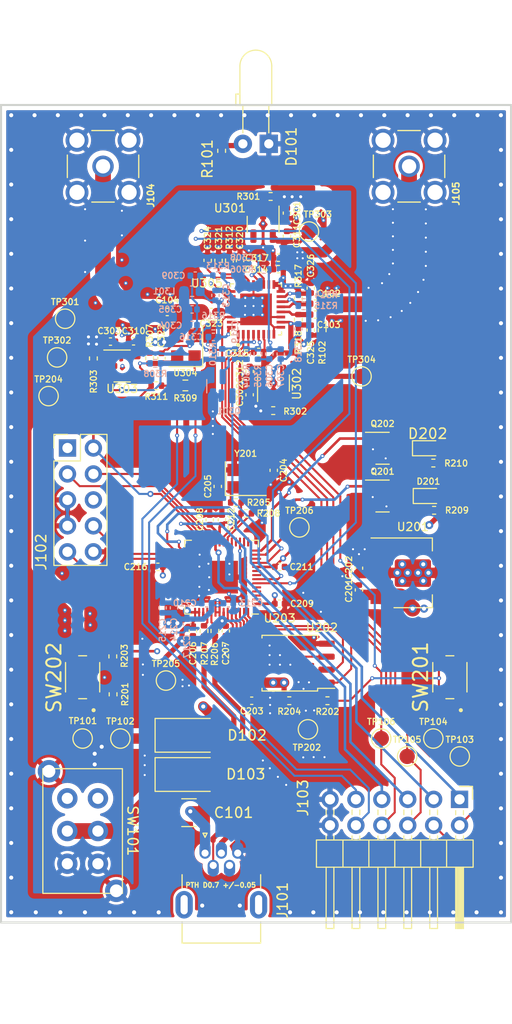
<source format=kicad_pcb>
(kicad_pcb (version 20211014) (generator pcbnew)
  (title_block (title "MAX2871 Eval Board") (date "2022-12-05") (rev "1.0") (company "The Antenna Guy"))
  (layers (0 "F.Cu" signal) (1 "In1.Cu" signal) (2 "In2.Cu" signal) (31 "B.Cu" signal) (34 "B.Paste" user) (35 "F.Paste" user) (36 "B.SilkS" user "B.Silkscreen") (37 "F.SilkS" user "F.Silkscreen") (38 "B.Mask" user) (39 "F.Mask" user) (44 "Edge.Cuts" user))
  (net 0 "")
  (net 1 "Net-(C101-Pad1)")
  (net 2 "GND")
  (net 3 "/vco/RFOUT_P")
  (net 4 "Net-(C102-Pad2)")
  (net 5 "/vco/RFOUT_N")
  (net 6 "Net-(C103-Pad2)")
  (net 7 "Net-(C104-Pad1)")
  (net 8 "/vco/REF_CLK")
  (net 9 "/PWR")
  (net 10 "+3V3")
  (net 11 "Net-(C204-Pad2)")
  (net 12 "Net-(C205-Pad2)")
  (net 13 "+1V1")
  (net 14 "Net-(C306-Pad1)")
  (net 15 "/vco/CP_OUT")
  (net 16 "/vco/TUNE")
  (net 17 "/vco/VCC_DIG")
  (net 18 "Net-(C310-Pad1)")
  (net 19 "/vco/VCC_VCO")
  (net 20 "/vco/VCC_PLL")
  (net 21 "Net-(C319-Pad1)")
  (net 22 "Net-(C320-Pad1)")
  (net 23 "/vco/VCC_TXCO")
  (net 24 "Net-(C321-Pad1)")
  (net 25 "Net-(C323-Pad1)")
  (net 26 "Net-(D101-Pad2)")
  (net 27 "+5V")
  (net 28 "Net-(D102-Pad2)")
  (net 29 "Net-(D201-Pad1)")
  (net 30 "Net-(D201-Pad2)")
  (net 31 "Net-(D202-Pad1)")
  (net 32 "Net-(D202-Pad2)")
  (net 33 "/USB_D-")
  (net 34 "/USB_D+")
  (net 36 "/RESET")
  (net 37 "/SWD")
  (net 38 "/SWCLK")
  (net 39 "/UART_TX")
  (net 40 "/UART_RX")
  (net 41 "/SPI_CLK")
  (net 42 "/SCLK")
  (net 43 "/SPI_DATA")
  (net 44 "/DATA")
  (net 45 "/SPI_MISO")
  (net 46 "/MUX")
  (net 47 "/SPI_CS")
  (net 48 "Net-(C324-Pad1)")
  (net 49 "/TXCO_PWR")
  (net 50 "/EN_TXCO")
  (net 51 "/microcontroller/LED1")
  (net 52 "/microcontroller/LED2")
  (net 53 "Net-(R201-Pad2)")
  (net 54 "Net-(R202-Pad1)")
  (net 55 "/microcontroller/QSPI_SS")
  (net 56 "Net-(R205-Pad2)")
  (net 57 "Net-(R206-Pad2)")
  (net 58 "Net-(R207-Pad2)")
  (net 59 "Net-(R301-Pad2)")
  (net 60 "Net-(R302-Pad2)")
  (net 61 "Net-(R303-Pad2)")
  (net 62 "/vco/SW")
  (net 63 "/LE")
  (net 64 "/microcontroller/VCO_LD")
  (net 65 "/microcontroller/VCO_CE")
  (net 66 "Net-(R314-Pad1)")
  (net 69 "/microcontroller/QSPI_SD1")
  (net 70 "/microcontroller/QSPI_SD2")
  (net 71 "/microcontroller/QSPI_SD0")
  (net 72 "/microcontroller/QSPI_SCLK")
  (net 73 "/microcontroller/QSPI_SD3")
  (net 78 "Net-(R312-Pad1)")
  (net 81 "/microcontroller/VCOOUT_EN")
  (net 82 "Net-(R315-Pad1)")
  (footprint "TestPoint:TestPoint_Pad_D1.5mm" (layer "F.Cu") (at 92.3798 112)
    (fp_text reference "TP104")
    (fp_text value " ")
  )
  (footprint "LED_THT:LED_D3.0mm_Horizontal_O3.81mm_Z2.0mm" (layer "F.Cu") (at 76.25 53.8 180)
    (fp_text reference "D101")
    (fp_text value "LED")
  )
  (footprint "Resistor_SMD:R_0402_1005Metric" (layer "F.Cu") (at 79.1464 71.0184 -90)
    (fp_text reference "R318")
    (fp_text value "49.9")
  )
  (footprint "Resistor_SMD:R_0402_1005Metric" (layer "F.Cu") (at 73.025 88.9)
    (fp_text reference "R205")
    (fp_text value "1k")
  )
  (footprint "Capacitor_SMD:C_0402_1005Metric" (layer "F.Cu") (at 77.1906 64.9478 180)
    (fp_text reference "C317")
    (fp_text value "100pF")
  )
  (footprint "Capacitor_SMD:C_0402_1005Metric" (layer "F.Cu") (at 66.294 70.2564)
    (fp_text reference "C104")
    (fp_text value "10nF")
  )
  (footprint "Capacitor_SMD:C_0402_1005Metric" (layer "F.Cu") (at 77.3176 95.1992)
    (fp_text reference "C211")
    (fp_text value "100nF")
  )
  (footprint "Capacitor_SMD:C_0402_1005Metric" (layer "F.Cu") (at 65.7352 74.7776 -90)
    (fp_text reference "C322")
    (fp_text value "10nF")
  )
  (footprint "Resistor_SMD:R_0402_1005Metric" (layer "F.Cu") (at 60.96 103.9622 90)
    (fp_text reference "R203")
    (fp_text value "10k")
  )
  (footprint "Crystal:Crystal_SMD_3225-4Pin_3.2x2.5mm" (layer "F.Cu") (at 68.1228 73.6092 90)
    (fp_text reference "U304")
    (fp_text value "54M_P3225")
  )
  (footprint "Resistor_SMD:R_0402_1005Metric" (layer "F.Cu") (at 71.628 54.483 -90)
    (fp_text reference "R101")
    (fp_text value "1k")
  )
  (footprint "Capacitor_SMD:C_0402_1005Metric" (layer "F.Cu") (at 77.1906 66.0654 180)
    (fp_text reference "C314")
    (fp_text value "100nF")
  )
  (footprint "TestPoint:TestPoint_Pad_D1.5mm" (layer "F.Cu") (at 66.167 106.3244)
    (fp_text reference "TP205")
    (fp_text value " ")
  )
  (footprint "Resistor_SMD:R_0402_1005Metric" (layer "F.Cu") (at 65.2272 77.47 180)
    (fp_text reference "R311")
    (fp_text value "1k")
  )
  (footprint "TestPoint:TestPoint_Pad_D1.5mm" (layer "F.Cu") (at 79.248 91.3384)
    (fp_text reference "TP206")
    (fp_text value " ")
  )
  (footprint "Resistor_SMD:R_0402_1005Metric" (layer "F.Cu") (at 82 108.3 180)
    (fp_text reference "R202")
    (fp_text value "1k")
  )
  (footprint "Capacitor_SMD:C_0402_1005Metric" (layer "F.Cu") (at 74.3712 76.073 -90)
    (fp_text reference "C312")
    (fp_text value "1uF")
  )
  (footprint "Resistor_SMD:R_0603_1608Metric" (layer "F.Cu") (at 68.072 77.4446 180)
    (fp_text reference "R309")
    (fp_text value "DNP")
  )
  (footprint "Diode_SMD:D_SMA" (layer "F.Cu") (at 68.5038 111.6838)
    (fp_text reference "D102")
    (fp_text value "D")
  )
  (footprint "Capacitor_SMD:C_0402_1005Metric" (layer "F.Cu") (at 70.612 70.2564 180)
    (fp_text reference "C323")
    (fp_text value "10nF")
  )
  (footprint "Connector_PinHeader_2.54mm:PinHeader_2x05_P2.54mm_Vertical" (layer "F.Cu") (at 56.515 83.566)
    (fp_text reference "J102")
    (fp_text value "Conn_02x05")
  )
  (footprint "TestPoint:TestPoint_Pad_D1.5mm" (layer "F.Cu") (at 56.2864 70.9168)
    (fp_text reference "TP301")
    (fp_text value " ")
  )
  (footprint "Package_TO_SOT_SMD:SOT-23" (layer "F.Cu") (at 87.4 88.265)
    (fp_text reference "Q201")
    (fp_text value "2N7002")
  )
  (footprint "TestPoint:TestPoint_Pad_D1.5mm" (layer "F.Cu") (at 80.0862 111.0996)
    (fp_text reference "TP202")
    (fp_text value " ")
  )
  (footprint "Resistor_SMD:R_0402_1005Metric" (layer "F.Cu") (at 79.1464 68.9356 90)
    (fp_text reference "R317")
    (fp_text value "49.9")
  )
  (footprint "Resistor_SMD:R_0402_1005Metric" (layer "F.Cu") (at 92.3798 85.0392 180)
    (fp_text reference "R210")
    (fp_text value "1k")
  )
  (footprint "LED_SMD:LED_0603_1608Metric" (layer "F.Cu") (at 91.821 83.5914)
    (fp_text reference "D202")
    (fp_text value "LED")
  )
  (footprint "Resistor_SMD:R_0402_1005Metric" (layer "F.Cu") (at 59.055 74.803 -90)
    (fp_text reference "R303")
    (fp_text value "1k")
  )
  (footprint "Capacitor_SMD:C_1210_3225Metric" (layer "F.Cu") (at 68.4276 119.253 180)
    (fp_text reference "C101")
    (fp_text value "47uF")
  )
  (footprint "TestPoint:TestPoint_Pad_D1.5mm" (layer "F.Cu") (at 54.6608 78.486)
    (fp_text reference "TP204")
    (fp_text value " ")
  )
  (footprint "Package_TO_SOT_SMD:SOT-23-5" (layer "F.Cu") (at 75.692 61.6966 -90)
    (fp_text reference "U301")
    (fp_text value "LP5907MFX-3.3")
  )
  (footprint "XKBS22E05-Z:XKBS22E05-Z" (layer "F.Cu") (at 58 121.0504 -90)
    (fp_text reference "SW101")
    (fp_text value "XKBS22E05-Z")
  )
  (footprint "Capacitor_SMD:C_0402_1005Metric" (layer "F.Cu") (at 65.3796 95.1992 180)
    (fp_text reference "C216")
    (fp_text value "100nF")
  )
  (footprint "Resistor_SMD:R_0402_1005Metric" (layer "F.Cu") (at 81.4832 72.0344 90)
    (fp_text reference "R102")
    (fp_text value "49.9")
  )
  (footprint "TestPoint:TestPoint_Pad_D1.5mm" (layer "F.Cu") (at 61.7 112)
    (fp_text reference "TP102")
    (fp_text value " ")
  )
  (footprint "Capacitor_SMD:C_0402_1005Metric" (layer "F.Cu") (at 74.3712 78.359 90)
    (fp_text reference "C302")
    (fp_text value "1uF")
  )
  (footprint "Resistor_SMD:R_0402_1005Metric" (layer "F.Cu") (at 92.456 89.662 180)
    (fp_text reference "R209")
    (fp_text value "1k")
  )
  (footprint "TestPoint:TestPoint_Pad_D1.5mm" (layer "F.Cu") (at 80.1878 62.3824)
    (fp_text reference "TP303")
    (fp_text value " ")
  )
  (footprint "TestPoint:TestPoint_Pad_D1.5mm" (layer "F.Cu") (at 87.2744 112)
    (fp_text reference "TP106")
    (fp_text value " ")
  )
  (footprint "TestPoint:TestPoint_Pad_D1.5mm" (layer "F.Cu") (at 58 112)
    (fp_text reference "TP101")
    (fp_text value " ")
  )
  (footprint "TestPoint:TestPoint_Pad_D1.5mm" (layer "F.Cu") (at 55.499 74.7014)
    (fp_text reference "TP302")
    (fp_text value " ")
  )
  (footprint "Capacitor_SMD:C_0402_1005Metric" (layer "F.Cu") (at 74.5744 108.3)
    (fp_text reference "C203")
    (fp_text value "100nF")
  )
  (footprint "Capacitor_SMD:C_0402_1005Metric" (layer "F.Cu") (at 85.09 95.3262 90)
    (fp_text reference "C202")
    (fp_text value "1uF")
  )
  (footprint "TL3365AF180QG:SW_TL3365AF180QG" (layer "F.Cu") (at 94 106 90)
    (fp_text reference "SW201")
    (fp_text value "SW_Push")
  )
  (footprint "Capacitor_SMD:C_0402_1005Metric" (layer "F.Cu") (at 62.992 73.1266 180)
    (fp_text reference "C310")
    (fp_text value "1uF")
  )
  (footprint "Capacitor_SMD:C_0402_1005Metric" (layer "F.Cu") (at 72.0344 101.473 -90)
    (fp_text reference "C207")
    (fp_text value "100nF")
  )
  (footprint "Capacitor_SMD:C_0402_1005Metric" (layer "F.Cu") (at 71.3232 65.2018 90)
    (fp_text reference "C321")
    (fp_text value "1uF")
  )
  (footprint "Capacitor_SMD:C_0402_1005Metric" (layer "F.Cu") (at 78.0288 60.579 -90)
    (fp_text reference "C301")
    (fp_text value "1uF")
  )
  (footprint "Capacitor_SMD:C_0402_1005Metric" (layer "F.Cu") (at 73.4314 65.2272 90)
    (fp_text reference "C320")
    (fp_text value "1uF")
  )
  (footprint "Capacitor_SMD:C_0402_1005Metric" (layer "F.Cu") (at 80.8228 69.4436)
    (fp_text reference "C102")
    (fp_text value "1nF")
  )
  (footprint "Capacitor_SMD:C_0402_1005Metric" (layer "F.Cu") (at 76.7334 85.7504 90)
    (fp_text reference "C204")
    (fp_text value "30pF")
  )
  (footprint "Capacitor_SMD:C_0402_1005Metric" (layer "F.Cu") (at 77.3176 98.806)
    (fp_text reference "C209")
    (fp_text value "100nF")
  )
  (footprint "Resistor_SMD:R_0402_1005Metric" (layer "F.Cu") (at 69.9008 101.473 90)
    (fp_text reference "R207")
    (fp_text value "27.4")
  )
  (footprint "Capacitor_SMD:C_0402_1005Metric" (layer "F.Cu") (at 70.2564 65.2018 90)
    (fp_text reference "C324")
    (fp_text value "1uF")
  )
  (footprint "TestPoint:TestPoint_Pad_D1.5mm" (layer "F.Cu") (at 94.9706 113.75)
    (fp_text reference "TP103")
    (fp_text value " ")
  )
  (footprint "Resistor_SMD:R_0402_1005Metric" (layer "F.Cu") (at 72.39 65.2272 90)
    (fp_text reference "R312")
    (fp_text value "5.1k")
  )
  (footprint "Package_DFN_QFN:QFN-56-1EP_7x7mm_P0.4mm_EP3.2x3.2mm" (layer "F.Cu") (at 71.624 96.2052 180)
    (fp_text reference "U203")
    (fp_text value "RP2040")
  )
  (footprint "Resistor_SMD:R_0402_1005Metric" (layer "F.Cu") (at 76.6826 79.9084)
    (fp_text reference "R302")
    (fp_text value "1k")
  )
  (footprint "Package_TO_SOT_SMD:SOT-23-5" (layer "F.Cu") (at 61.8744 75.5396)
    (fp_text reference "U303")
    (fp_text value "LP5907MFX-1.8")
  )
  (footprint "Capacitor_SMD:C_0402_1005Metric" (layer "F.Cu") (at 85.09 97.4598 90)
    (fp_text reference "C201")
    (fp_text value "1uF")
  )
  (footprint "Connector_PinHeader_2.54mm:PinHeader_2x06_P2.54mm_Horizontal" (layer "F.Cu") (at 94.95 117.95 -90)
    (fp_text reference "J103")
    (fp_text value "Conn_02x06_Odd_Even")
  )
  (footprint "Crystal:Crystal_SMD_3225-4Pin_3.2x2.5mm" (layer "F.Cu") (at 73.9902 86.5632)
    (fp_text reference "Y201")
    (fp_text value "Crystal")
  )
  (footprint "Resistor_SMD:R_0402_1005Metric" (layer "F.Cu") (at 74.041 89.9668)
    (fp_text reference "R208")
    (fp_text value "DNP")
  )
  (footprint "Package_SO:SOIC-8_5.23x5.23mm_P1.27mm" (layer "F.Cu") (at 78.3082 104.6226 180)
    (fp_text reference "U202")
    (fp_text value "W25Q128JVS")
  )
  (footprint "Diode_SMD:D_SMA" (layer "F.Cu") (at 68.5038 115.5192)
    (fp_text reference "D103")
    (fp_text value "D")
  )
  (footprint "Package_TO_SOT_SMD:SOT-223-3_TabPin2" (layer "F.Cu") (at 90.3732 95.7834)
    (fp_text reference "U201")
    (fp_text value "AZ1117-3.3")
  )
  (footprint "MAX2871ETJ:QFN50P500X500X80-33N" (layer "F.Cu") (at 75 70 90)
    (fp_text reference "U305")
    (fp_text value "MAX2871ETJ+")
  )
  (footprint "Capacitor_SMD:C_0402_1005Metric" (layer "F.Cu") (at 60.7314 73.152)
    (fp_text reference "C303")
    (fp_text value "1uF")
  )
  (footprint "Capacitor_SMD:C_0402_1005Metric" (layer "F.Cu") (at 71.247 87.3252 -90)
    (fp_text reference "C205")
    (fp_text value "30pF")
  )
  (footprint "Resistor_SMD:R_0402_1005Metric" (layer "F.Cu") (at 70.9676 101.473 90)
    (fp_text reference "R206")
    (fp_text value "27.4")
  )
  (footprint "Resistor_SMD:R_0402_1005Metric" (layer "F.Cu") (at 78.2574 108.3 180)
    (fp_text reference "R204")
    (fp_text value "DNP")
  )
  (footprint "CONSMA002-L_SMA_COAX_CONN:LINX_CONSMA002-L" (layer "F.Cu") (at 60 56 180)
    (fp_text reference "J104")
    (fp_text value "Conn_Coaxial")
  )
  (footprint "Capacitor_SMD:C_0402_1005Metric" (layer "F.Cu") (at 80.8228 70.5104)
    (fp_text reference "C103")
    (fp_text value "1nF")
  )
  (footprint "Capacitor_SMD:C_0402_1005Metric" (layer "F.Cu") (at 68.8086 101.473 -90)
    (fp_text reference "C206")
    (fp_text value "1uF")
  )
  (footprint "Capacitor_SMD:C_0402_1005Metric" (layer "F.Cu") (at 80.3656 72.0344 -90)
    (fp_text reference "C325")
    (fp_text value "100pF")
  )
  (footprint "TL3365AF180QG:SW_TL3365AF180QG" (layer "F.Cu") (at 58 106 90)
    (fp_text reference "SW202")
    (fp_text value "SW_Push")
  )
  (footprint "Package_TO_SOT_SMD:SOT-23-5" (layer "F.Cu") (at 76.708 77.216 90)
    (fp_text reference "U302")
    (fp_text value "LP5907MFX-3.3")
  )
  (footprint "54819-0519:MOLEX_54819-0519" (layer "F.Cu") (at 70 123.21325)
    (fp_text reference "J101")
    (fp_text value "USB_B_Mini")
  )
  (footprint "Resistor_SMD:R_0402_1005Metric" (layer "F.Cu") (at 64.5668 74.7776 -90)
    (fp_text reference "R307")
    (fp_text value "0")
  )
  (footprint "Capacitor_SMD:C_0402_1005Metric" (layer "F.Cu") (at 75.2602 74.168 180)
    (fp_text reference "C315")
    (fp_text value "100nF")
  )
  (footprint "Resistor_SMD:R_0402_1005Metric" (layer "F.Cu") (at 60.9854 107.6706 -90)
    (fp_text reference "R201")
    (fp_text value "1k")
  )
  (footprint "TestPoint:TestPoint_Pad_D1.5mm" (layer "F.Cu") (at 89.8144 113.75)
    (fp_text reference "TP105")
    (fp_text value " ")
  )
  (footprint "TestPoint:TestPoint_Pad_D1.5mm" (layer "F.Cu") (at 85.344 76.5556)
    (fp_text reference "TP304")
    (fp_text value " ")
  )
  (footprint "Package_TO_SOT_SMD:SOT-23" (layer "F.Cu") (at 87.4 83.5914)
    (fp_text reference "Q202")
    (fp_text value "2N7002")
  )
  (footprint "Capacitor_SMD:C_0402_1005Metric" (layer "F.Cu") (at 71.6534 90.6018 90)
    (fp_text reference "C212")
    (fp_text value "100nF")
  )
  (footprint "Capacitor_SMD:C_0402_1005Metric" (layer "F.Cu") (at 78.0288 62.8396 90)
    (fp_text reference "C311")
    (fp_text value "1uF")
  )
  (footprint "Capacitor_SMD:C_0402_1005Metric" (layer "F.Cu") (at 70.4596 90.6018 90)
    (fp_text reference "C208")
    (fp_text value "100nF")
  )
  (footprint "CONSMA002-L_SMA_COAX_CONN:LINX_CONSMA002-L" (layer "F.Cu") (at 90 56 180)
    (fp_text reference "J105")
    (fp_text value "Conn_Coaxial")
  )
  (footprint "LED_SMD:LED_0603_1608Metric" (layer "F.Cu") (at 91.8972 88.265)
    (fp_text reference "D201")
    (fp_text value "LED")
  )
  (footprint "Capacitor_SMD:C_0402_1005Metric" (layer "F.Cu") (at 80.3656 67.9196 90)
    (fp_text reference "C326")
    (fp_text value "100pF")
  )
  (footprint "Resistor_SMD:R_0402_1005Metric" (layer "F.Cu") (at 76.4286 58.9534 180)
    (fp_text reference "R301")
    (fp_text value "1k")
  )
  (footprint "Capacitor_SMD:C_0402_1005Metric" (layer "B.Cu") (at 68.2244 100.7872 -90)
    (fp_text reference "C217")
    (fp_text value "1uF")
  )
  (footprint "Capacitor_SMD:C_0402_1005Metric" (layer "B.Cu") (at 65.8368 99.2124 90)
    (fp_text reference "C215")
    (fp_text value "100nF")
  )
  (footprint "Capacitor_SMD:C_0402_1005Metric" (layer "B.Cu") (at 70.1548 98.7552 180)
    (fp_text reference "C210")
    (fp_text value "100nF")
  )
  (footprint "Capacitor_SMD:C_0402_1005Metric" (layer "B.Cu") (at 69.0372 66.7004 180)
    (fp_text reference "C309")
    (fp_text value "1uF")
  )
  (footprint "Resistor_SMD:R_0402_1005Metric" (layer "B.Cu") (at 70.8152 71.628 180)
    (fp_text reference "R316")
    (fp_text value "5.1k")
  )
  (footprint "Capacitor_SMD:C_0402_1005Metric" (layer "B.Cu") (at 72.2884 98.7552)
    (fp_text reference "C213")
    (fp_text value "100nF")
  )
  (footprint "Resistor_SMD:R_0402_1005Metric" (layer "B.Cu") (at 75.184 74.3712 -90)
    (fp_text reference "R305")
    (fp_text value "30.1")
  )
  (footprint "Capacitor_SMD:C_0402_1005Metric" (layer "B.Cu") (at 75.7428 64.9224)
    (fp_text reference "C308")
    (fp_text value "820pF")
  )
  (footprint "Resistor_SMD:R_0402_1005Metric" (layer "B.Cu") (at 75.7428 66.0908 180)
    (fp_text reference "R306")
    (fp_text value "240")
  )
  (footprint "Resistor_SMD:R_0402_1005Metric" (layer "B.Cu") (at 71.2724 66.7004)
    (fp_text reference "R313")
    (fp_text value "5.1k")
  )
  (footprint "Capacitor_SMD:C_0402_1005Metric" (layer "B.Cu") (at 72.9488 74.3712 -90)
    (fp_text reference "C319")
    (fp_text value "100pF")
  )
  (footprint "Capacitor_SMD:C_0402_1005Metric" (layer "B.Cu") (at 66.9544 99.2124 90)
    (fp_text reference "C214")
    (fp_text value "100nF")
  )
  (footprint "Resistor_SMD:R_0402_1005Metric" (layer "B.Cu") (at 79.6544 69.6468)
    (fp_text reference "R315")
    (fp_text value "0")
  )
  (footprint "Package_TO_SOT_SMD:SOT-23" (layer "B.Cu") (at 71.7296 77.5208 90)
    (fp_text reference "Q301")
    (fp_text value "2N7002")
  )
  (footprint "Inductor_SMD:L_0603_1608Metric" (layer "B.Cu") (at 68.7324 68.2244)
    (fp_text reference "L301")
    (fp_text value "BLM18PG181S")
  )
  (footprint "Resistor_SMD:R_0402_1005Metric" (layer "B.Cu") (at 79.6544 68.58)
    (fp_text reference "R314")
    (fp_text value "0")
  )
  (footprint "Resistor_SMD:R_0402_1005Metric" (layer "B.Cu") (at 71.6788 74.3712 90)
    (fp_text reference "R310")
    (fp_text value "1k")
  )
  (footprint "Capacitor_SMD:C_0402_1005Metric" (layer "B.Cu") (at 76.3016 74.3712 90)
    (fp_text reference "C306")
    (fp_text value "100nF")
  )
  (footprint "Capacitor_SMD:C_0402_1005Metric" (layer "B.Cu") (at 68.7324 70.0024)
    (fp_text reference "C305")
    (fp_text value "1uF")
  )
  (footprint "Capacitor_SMD:C_0402_1005Metric" (layer "B.Cu") (at 70.8152 72.6948 180)
    (fp_text reference "C316")
    (fp_text value "100pF")
  )
  (footprint "Capacitor_SMD:C_0402_1005Metric" (layer "B.Cu") (at 71.0184 68.6308 90)
    (fp_text reference "C313")
    (fp_text value "100nF")
  )
  (footprint "Resistor_SMD:R_0402_1005Metric" (layer "B.Cu") (at 74.0664 74.3712 -90)
    (fp_text reference "R304")
    (fp_text value "90.9")
  )
  (footprint "Resistor_SMD:R_0402_1005Metric" (layer "B.Cu") (at 65.1256 75.2856 180)
    (fp_text reference "R308")
    (fp_text value "DNP")
  )
  (footprint "Capacitor_SMD:C_0402_1005Metric" (layer "B.Cu") (at 77.4192 74.3712 -90)
    (fp_text reference "C307")
    (fp_text value "12nF")
  )
  (footprint "Capacitor_SMD:C_0402_1005Metric" (layer "B.Cu") (at 68.7324 71.5264)
    (fp_text reference "C304")
    (fp_text value "100nF")
  )
  (footprint "Capacitor_SMD:C_0402_1005Metric" (layer "B.Cu") (at 79.1464 71.9074 -90)
    (fp_text reference "C318")
    (fp_text value "100pF")
  )
  (gr_arc (start 90 65.5) (mid 88.828427 68.328427) (end 86 69.5) (layer "F.Cu") (width 1.54))
  (gr_arc (start 64 70.25) (mid 61.171573 69.078427) (end 60 66.25) (layer "F.Cu") (width 1.54))
  (gr_rect (start 50 50) (end 100 130) (layer "Edge.Cuts") (width 0.2) (fill none))
  (segment (start 69.7756 119.126) (end 69.9026 119.253) (width 1.016) (layer "F.Cu") (net 1))
  (segment (start 69.9026 119.253) (end 69.9026 116.1204) (width 1.016) (layer "F.Cu") (net 1))
  (segment (start 69.9026 116.1204) (end 70.5038 115.5192) (width 1.016) (layer "F.Cu") (net 1))
  (segment (start 68.5546 119.126) (end 69.7756 119.126) (width 1.016) (layer "F.Cu") (net 1))
  (via (at 68.5546 119.126) (size 0.8) (drill 0.4) (layers "F.Cu" "B.Cu") (net 1))
  (segment (start 70 123.21325) (end 70 121.3636) (width 1.016) (layer "B.Cu") (net 1))
  (segment (start 70 121.3636) (end 70 120.5714) (width 1.016) (layer "B.Cu") (net 1))
  (segment (start 70 120.5714) (end 68.5546 119.126) (width 1.016) (layer "B.Cu") (net 1))
  (segment (start 73.4314 75.0824) (end 73.4314 76.073) (width 0.2) (layer "F.Cu") (net 2))
  (segment (start 77.435 71.75) (end 76.75 71.75) (width 0.2) (layer "F.Cu") (net 2))
  (segment (start 76.75 72.435) (end 76.75 71.75) (width 0.2) (layer "F.Cu") (net 2))
  (segment (start 66.675 73.5838) (end 68.5038 73.5838) (width 0.2) (layer "F.Cu") (net 2))
  (segment (start 74.75 68.9124) (end 74.75 69.6744) (width 0.2) (layer "F.Cu") (net 2))
  (segment (start 75.4464 69.5536) (end 75 70) (width 0.2) (layer "F.Cu") (net 2))
  (segment (start 74.75 69.6744) (end 74.75 69.75) (width 0.2) (layer "F.Cu") (net 2))
  (segment (start 74.3458 74.168) (end 73.4314 75.0824) (width 0.2) (layer "F.Cu") (net 2))
  (segment (start 65.7352 74.2976) (end 66.0934 73.9394) (width 0.2) (layer "F.Cu") (net 2))
  (segment (start 74.75 69.75) (end 75 70) (width 0.2) (layer "F.Cu") (net 2))
  (segment (start 72.565 71.25) (end 73.75 71.25) (width 0.2) (layer "F.Cu") (net 2))
  (segment (start 68.9728 73.1148) (end 68.5038 73.5838) (width 0.2) (layer "F.Cu") (net 2))
  (segment (start 77.435 70.75) (end 75.75 70.75) (width 0.2) (layer "F.Cu") (net 2))
  (segment (start 75.6139 70.6139) (end 75 70) (width 0.2) (layer "F.Cu") (net 2))
  (segment (start 66.3194 73.9394) (end 66.675 73.5838) (width 0.2) (layer "F.Cu") (net 2))
  (segment (start 73.75 71.25) (end 75 70) (width 0.2) (layer "F.Cu") (net 2))
  (segment (start 73.9114 76.553) (end 74.3712 76.553) (width 0.2) (layer "F.Cu") (net 2))
  (segment (start 72.565 69.25) (end 74.25 69.25) (width 0.2) (layer "F.Cu") (net 2))
  (segment (start 72.624 92.7677) (end 72.624 94.6604) (width 0.2) (layer "F.Cu") (net 2))
  (segment (start 72.624 94.6604) (end 72.39 94.8944) (width 0.2) (layer "F.Cu") (net 2))
  (segment (start 76.25 66.526) (end 76.7106 66.0654) (width 0.2) (layer "F.Cu") (net 2))
  (segment (start 66.0934 73.9394) (end 66.3194 73.9394) (width 0.2) (layer "F.Cu") (net 2))
  (segment (start 76.25 68.75) (end 75.4464 69.5536) (width 0.2) (layer "F.Cu") (net 2))
  (segment (start 76.25 67.565) (end 76.25 68.75) (width 0.2) (layer "F.Cu") (net 2))
  (segment (start 74.7802 74.168) (end 74.3458 74.168) (width 0.2) (layer "F.Cu") (net 2))
  (segment (start 73.6854 76.327) (end 73.9114 76.553) (width 0.2) (layer "F.Cu") (net 2))
  (segment (start 74.25 69.25) (end 75 70) (width 0.2) (layer "F.Cu") (net 2))
  (segment (start 73.4314 76.073) (end 73.6854 76.327) (width 0.2) (layer "F.Cu") (net 2))
  (segment (start 75.75 70.75) (end 75 70) (width 0.2) (layer "F.Cu") (net 2))
  (segment (start 76.25 67.565) (end 76.25 66.526) (width 0.2) (layer "F.Cu") (net 2))
  (segment (start 85.09 96.9798) (end 84.1528 96.9798) (width 0.2) (layer "F.Cu") (net 2))
  (segment (start 84.1528 96.9798) (end 84.0486 96.8756) (width 0.2) (layer "F.Cu") (net 2))
  (segment (start 76.75 71.75) (end 75.6139 70.6139) (width 0.2) (layer "F.Cu") (net 2))
  (segment (start 68.9728 72.5092) (end 68.9728 73.1148) (width 0.2) (layer "F.Cu") (net 2))
  (segment (start 74.75 67.565) (end 74.75 68.9124) (width 0.2) (layer "F.Cu") (net 2))
  (via (at 76.708 75.819) (size 0.4) (drill 0.2) (layers "F.Cu" "B.Cu") (net 2))
  (via (at 73.914 70.5358) (size 0.4) (drill 0.2) (layers "F.Cu" "B.Cu") (net 2))
  (via (at 86.4616 85.6488) (size 0.4) (drill 0.2) (layers "F.Cu" "B.Cu") (net 2))
  (via (at 51 125.608688) (size 0.8) (drill 0.4) (layers "F.Cu" "B.Cu") (net 2))
  (via (at 80.645 113.8174) (size 0.4) (drill 0.2) (layers "F.Cu" "B.Cu") (net 2))
  (via (at 51 98.478256) (size 0.8) (drill 0.4) (layers "F.Cu" "B.Cu") (net 2))
  (via (at 92.044738 129.0066) (size 0.8) (drill 0.4) (layers "F.Cu" "B.Cu") (net 2))
  (via (at 75.6666 114.1476) (size 0.4) (drill 0.2) (layers "F.Cu" "B.Cu") (net 2))
  (via (at 58.2422 66.3448) (size 0.4) (drill 0.2) (layers "F.Cu" "B.Cu") (net 2))
  (via (at 58.7248 99.7712) (size 0.4) (drill 0.2) (layers "F.Cu" "B.Cu") (net 2))
  (via (at 61.849 62.75832) (size 0.4) (drill 0.2) (layers "F.Cu" "B.Cu") (net 2))
  (via (at 56.261 100.4316) (size 0.4) (drill 0.2) (layers "F.Cu" "B.Cu") (net 2))
  (via (at 99.0092 67.96312) (size 0.8) (drill 0.4) (layers "F.Cu" "B.Cu") (net 2))
  (via (at 51 88.304344) (size 0.8) (drill 0.4) (layers "F.Cu" "B.Cu") (net 2))
  (via (at 69.4436 97.155) (size 0.4) (drill 0.2) (layers "F.Cu" "B.Cu") (net 2))
  (via (at 71.571426 51) (size 0.8) (drill 0.4) (layers "F.Cu" "B.Cu") (net 2))
  (via (at 75.692 63.9318) (size 0.4) (drill 0.2) (layers "F.Cu" "B.Cu") (net 2))
  (via (at 64.0842 113.665) (size 0.4) (drill 0.2) (layers "F.Cu" "B.Cu") (net 2))
  (via (at 82.901882 129.0066) (size 0.8) (drill 0.4) (layers "F.Cu" "B.Cu") (net 2))
  (via (at 51 101.86956) (size 0.8) (drill 0.4) (layers "F.Cu" "B.Cu") (net 2))
  (via (at 55.571428 51) (size 0.8) (drill 0.4) (layers "F.Cu" "B.Cu") (net 2))
  (via (at 60.142856 51) (size 0.8) (drill 0.4) (layers "F.Cu" "B.Cu") (net 2))
  (via (at 82.999996 51) (size 0.8) (drill 0.4) (layers "F.Cu" "B.Cu") (net 2))
  (via (at 78.330454 129.0066) (size 0.8) (drill 0.4) (layers "F.Cu" "B.Cu") (net 2))
  (via (at 80.6704 102.108) (size 0.4) (drill 0.2) (layers "F.Cu" "B.Cu") (net 2))
  (via (at 76.327 103.8352) (size 0.4) (drill 0.2) (layers "F.Cu" "B.Cu") (net 2))
  (via (at 91.6432 60.2107) (size 0.4) (drill 0.2) (layers "F.Cu" "B.Cu") (net 2))
  (via (at 61.849 72.5424) (size 0.4) (drill 0.2) (layers "F.Cu" "B.Cu") (net 2))
  (via (at 76.3524 114.9096) (size 0.4) (drill 0.2) (layers "F.Cu" "B.Cu") (net 2))
  (via (at 89.857138 51) (size 0.8) (drill 0.4) (layers "F.Cu" "B.Cu") (net 2))
  (via (at 78.9432 60.1472) (size 0.4) (drill 0.2) (layers "F.Cu" "B.Cu") (net 2))
  (via (at 87.7824 89.281) (size 0.4) (drill 0.2) (layers "F.Cu" "B.Cu") (net 2))
  (via (at 84.5058 93.472) (size 0.4) (drill 0.2) (layers "F.Cu" "B.Cu") (net 2))
  (via (at 78.9432 61.0616) (size 0.4) (drill 0.2) (layers "F.Cu" "B.Cu") (net 2))
  (via (at 99.0092 105.267464) (size 0.8) (drill 0.4) (layers "F.Cu" "B.Cu") (net 2))
  (via (at 76.142854 51) (size 0.8) (drill 0.4) (layers "F.Cu" "B.Cu") (net 2))
  (via (at 58.7502 100.8888) (size 0.4) (drill 0.2) (layers "F.Cu" "B.Cu") (net 2))
  (via (at 73.4568 98.298) (size 0.4) (drill 0.2) (layers "F.Cu" "B.Cu") (net 2))
  (via (at 86.4616 83.693) (size 0.4) (drill 0.2) (layers "F.Cu" "B.Cu") (net 2))
  (via (at 63.9064 104.7496) (size 0.4) (drill 0.2) (layers "F.Cu" "B.Cu") (net 2))
  (via (at 51 95.086952) (size 0.8) (drill 0.4) (layers "F.Cu" "B.Cu") (net 2))
  (via (at 51 54.391304) (size 0.8) (drill 0.4) (layers "F.Cu" "B.Cu") (net 2))
  (via (at 86.4362 88.3666) (size 0.4) (drill 0.2) (layers "F.Cu" "B.Cu") (net 2))
  (via (at 53.285714 51) (size 0.8) (drill 0.4) (layers "F.Cu" "B.Cu") (net 2))
  (via (at 91.6432 64.3636) (size 0.4) (drill 0.2) (layers "F.Cu" "B.Cu") (net 2))
  (via (at 62.5094 72.3646) (size 0.4) (drill 0.2) (layers "F.Cu" "B.Cu") (net 2))
  (via (at 99.0092 71.354424) (size 0.8) (drill 0.4) (layers "F.Cu" "B.Cu") (net 2))
  (via (at 88.4174 62.8523) (size 0.4) (drill 0.2) (layers "F.Cu" "B.Cu") (net 2))
  (via (at 72.3392 97.8408) (size 0.4) (drill 0.2) (layers "F.Cu" "B.Cu") (net 2))
  (via (at 89.759024 129.0066) (size 0.8) (drill 0.4) (layers "F.Cu" "B.Cu") (net 2))
  (via (at 91.6432 65.7479) (size 0.4) (drill 0.2) (layers "F.Cu" "B.Cu") (net 2))
  (via (at 88.1888 70.7644) (size 0.4) (drill 0.2) (layers "F.Cu" "B.Cu") (net 2))
  (via (at 79.6544 107.1372) (size 0.4) (drill 0.2) (layers "F.Cu" "B.Cu") (net 2))
  (via (at 81.2038 60.6552) (size 0.4) (drill 0.2) (layers "F.Cu" "B.Cu") (net 2))
  (via (at 77.1398 115.7478) (size 0.4) (drill 0.2) (layers "F.Cu" "B.Cu") (net 2))
  (via (at 68.4276 106.807) (size 0.4) (drill 0.2) (layers "F.Cu" "B.Cu") (net 2))
  (via (at 70.2818 73.4314) (size 0.4) (drill 0.2) (layers "F.Cu" "B.Cu") (net 2))
  (via (at 68.5038 73.5838) (size 0.4) (drill 0.2) (layers "F.Cu" "B.Cu") (net 2))
  (via (at 74.75 70.5358) (size 0.4) (drill 0.2) (layers "F.Cu" "B.Cu") (net 2))
  (via (at 51 129) (size 0.8) (drill 0.4) (layers "F.Cu" "B.Cu") (net 2))
  (via (at 91.4146 67.1068) (size 0.4) (drill 0.2) (layers "F.Cu" "B.Cu") (net 2))
  (via (at 64.714284 51) (size 0.8) (drill 0.4) (layers "F.Cu" "B.Cu") (net 2))
  (via (at 65.4558 129.0066) (size 0.8) (drill 0.4) (layers "F.Cu" "B.Cu") (net 2))
  (via (at 77.9526 116.5352) (size 0.4) (drill 0.2) (layers "F.Cu" "B.Cu") (net 2))
  (via (at 77.343 104.775) (size 0.4) (drill 0.2) (layers "F.Cu" "B.Cu") (net 2))
  (via (at 66.8274 101.6254) (size 0.4) (drill 0.2) (layers "F.Cu" "B.Cu") (net 2))
  (via (at 77.2414 87.884) (size 0.4) (drill 0.2) (layers "F.Cu" "B.Cu") (net 2))
  (via (at 74.75 68.8848) (size 0.4) (drill 0.2) (layers "F.Cu" "B.Cu") (net 2))
  (via (at 70.7644 82.1944) (size 0.4) (drill 0.2) (layers "F.Cu" "B.Cu") (net 2))
  (via (at 69.469 94.0054) (size 0.4) (drill 0.2) (layers "F.Cu" "B.Cu") (net 2))
  (via (at 99.0092 54.397904) (size 0.8) (drill 0.4) (layers "F.Cu" "B.Cu") (net 2))
  (via (at 78.2574 86.8934) (size 0.4) (drill 0.2) (layers "F.Cu" "B.Cu") (net 2))
  (via (at 73.66 77.1906) (size 0.4) (drill 0.2) (layers "F.Cu" "B.Cu") (net 2))
  (via (at 65.5066 68.58) (size 0.4) (drill 0.2) (layers "F.Cu" "B.Cu") (net 2))
  (via (at 69.4436 95.1738) (size 0.4) (drill 0.2) (layers "F.Cu" "B.Cu") (net 2))
  (via (at 88.4174 61.52515) (size 0.4) (drill 0.2) (layers "F.Cu" "B.Cu") (net 2))
  (via (at 83.4644 96.1136) (size 0.4) (drill 0.2) (layers "F.Cu" "B.Cu") (net 2))
  (via (at 51 105.260864) (size 0.8) (drill 0.4) (layers "F.Cu" "B.Cu") (net 2))
  (via (at 51 81.521736) (size 0.8) (drill 0.4) (layers "F.Cu" "B.Cu") (net 2))
  (via (at 66.5734 68.5546) (size 0.4) (drill 0.2) (layers "F.Cu" "B.Cu") (net 2))
  (via (at 87.571424 51) (size 0.8) (drill 0.4) (layers "F.Cu" "B.Cu") (net 2))
  (via (at 73.85714 51) (size 0.8) (drill 0.4) (layers "F.Cu" "B.Cu") (net 2))
  (via (at 75.6158 88.8492) (size 0.4) (drill 0.2) (layers "F.Cu" "B.Cu") (net 2))
  (via (at 75.5904 90.8812) (size 0.4) (drill 0.2) (layers "F.Cu" "B.Cu") (net 2))
  (via (at 51 57.782608) (size 0.8) (drill 0.4) (layers "F.Cu" "B.Cu") (net 2))
  (via (at 70.3326 94.8944) (size 0.4) (drill 0.2) (layers "F.Cu" "B.Cu") (net 2))
  (via (at 72.39 63.881) (size 0.4) (drill 0.2) (layers "F.Cu" "B.Cu") (net 2))
  (via (at 69.723 128.3462) (size 0.8) (drill 0.4) (layers "F.Cu" "B.Cu") (net 2))
  (via (at 80.6958 109.2454) (size 0.4) (drill 0.2) (layers "F.Cu" "B.Cu") (net 2))
  (via (at 73.406 128.3462) (size 0.8) (drill 0.4) (layers "F.Cu" "B.Cu") (net 2))
  (via (at 72.39 94.8944) (size 0.4) (drill 0.2) (layers "F.Cu" "B.Cu") (net 2))
  (via (at 99.0092 61.180512) (size 0.8) (drill 0.4) (layers "F.Cu" "B.Cu") (net 2))
  (via (at 61.8998 75.5396) (size 0.4) (drill 0.2) (layers "F.Cu" "B.Cu") (net 2))
  (via (at 96.616166 129.0066) (size 0.8) (drill 0.4) (layers "F.Cu" "B.Cu") (net 2))
  (via (at 81.7118 113.8174) (size 0.4) (drill 0.2) (layers "F.Cu" "B.Cu") (net 2))
  (via (at 79.629 113.8428) (size 0.4) (drill 0.2) (layers "F.Cu" "B.Cu") (net 2))
  (via (at 55.9816 95.8342) (size 0.4) (drill 0.2) (layers "F.Cu" "B.Cu") (net 2))
  (via (at 81.3562 99.5934) (size 0.4) (drill 0.2) (layers "F.Cu" "B.Cu") (net 2))
  (via (at 51 67.95652) (size 0.8) (drill 0.4) (layers "F.Cu" "B.Cu") (net 2))
  (via (at 76.327 104.775) (size 0.4) (drill 0.2) (layers "F.Cu" "B.Cu") (net 2))
  (via (at 96.71428 51) (size 0.8) (drill 0.4) (layers "F.Cu" "B.Cu") (net 2))
  (via (at 69.4182 98.0186) (size 0.4) (drill 0.2) (layers "F.Cu" "B.Cu") (net 2))
  (via (at 90.1192 69.3674) (size 0.4) (drill 0.2) (layers "F.Cu" "B.Cu") (net 2))
  (via (at 61.9252 71.5264) (size 0.4) (drill 0.2) (layers "F.Cu" "B.Cu") (net 2))
  (via (at 87.47331 129.0066) (size 0.8) (drill 0.4) (layers "F.Cu" "B.Cu") (net 2))
  (via (at 80.518 98.7044) (size 0.4) (drill 0.2) (layers "F.Cu" "B.Cu") (net 2))
  (via (at 67.7926 106.2482) (size 0.4) (drill 0.2) (layers "F.Cu" "B.Cu") (net 2))
  (via (at 71.9582 103.6574) (size 0.4) (drill 0.2) (layers "F.Cu" "B.Cu") (net 2))
  (via (at 81.9912 67.9196) (size 0.4) (drill 0.2) (layers "F.Cu" "B.Cu") (net 2))
  (via (at 76.708 76.4794) (size 0.4) (drill 0.2) (layers "F.Cu" "B.Cu") (net 2))
  (via (at 62.42857 51) (size 0.8) (drill 0.4) (layers "F.Cu" "B.Cu") (net 2))
  (via (at 99.0092 95.093552) (size 0.8) (drill 0.4) (layers "F.Cu" "B.Cu") (net 2))
  (via (at 84.0486 96.8756) (size 0.4) (drill 0.2) (layers "F.Cu" "B.Cu") (net 2))
  (via (at 82.423 71.0946) (size 0.4) (drill 0.2) (layers "F.Cu" "B.Cu") (net 2))
  (via (at 64.3636 68.5292) (size 0.4) (drill 0.2) (layers "F.Cu" "B.Cu") (net 2))
  (via (at 71.3232 63.9064) (size 0.4) (drill 0.2) (layers "F.Cu" "B.Cu") (net 2))
  (via (at 63.0465 129.0066) (size 0.8) (drill 0.4) (layers "F.Cu" "B.Cu") (net 2))
  (via (at 73.6854 76.327) (size 0.4) (drill 0.2) (layers "F.Cu" "B.Cu") (net 2))
  (via (at 99.0092 118.83268) (size 0.8) (drill 0.4) (layers "F.Cu" "B.Cu") (net 2))
  (via (at 99.0092 57.789208) (size 0.8) (drill 0.4) (layers "F.Cu" "B.Cu") (net 2))
  (via (at 51 71.347824) (size 0.8) (drill 0.4) (layers "F.Cu" "B.Cu") (net 2))
  (via (at 51 74.739128) (size 0.8) (drill 0.4) (layers "F.Cu" "B.Cu") (net 2))
  (via (at 56.261 101.4476) (size 0.4) (drill 0.2) (layers "F.Cu" "B.Cu") (net 2))
  (via (at 76.3778 109.5248) (size 0.4) (drill 0.2) (layers "F.Cu" "B.Cu") (net 2))
  (via (at 76.708 77.1906) (size 0.4) (drill 0.2) (layers "F.Cu" "B.Cu") (net 2))
  (via (at 63.8556 102.235) (size 0.4) (drill 0.2) (layers "F.Cu" "B.Cu") (net 2))
  (via (at 51 84.91304) (size 0.8) (drill 0.4) (layers "F.Cu" "B.Cu") (net 2))
  (via (at 75.692 61.595) (size 0.4) (drill 0.2) (layers "F.Cu" "B.Cu") (net 2))
  (via (at 59.2582 69.3674) (size 0.4) (drill 0.2) (layers "F.Cu" "B.Cu") (net 2))
  (via (at 70.231 63.9318) (size 0.4) (drill 0.2) (layers "F.Cu" "B.Cu") (net 2))
  (via (at 51 91.695648) (size 0.8) (drill 0.4) (layers "F.Cu" "B.Cu") (net 2))
  (via (at 64.0842 115.57) (size 0.4) (drill 0.2) (layers "F.Cu" "B.Cu") (net 2))
  (via (at 99.0092 64.571816) (size 0.8) (drill 0.4) (layers "F.Cu" "B.Cu") (net 2))
  (via (at 70.3834 97.4598) (size 0.4) (drill 0.2) (layers "F.Cu" "B.Cu") (net 2))
  (via (at 58.2279 129.0066) (size 0.8) (drill 0.4) (layers "F.Cu" "B.Cu") (net 2))
  (via (at 99.0092 129.0066) (size 0.8) (drill 0.4) (layers "F.Cu" "B.Cu") (net 2))
  (via (at 51 122.217384) (size 0.8) (drill 0.4) (layers "F.Cu" "B.Cu") (net 2))
  (via (at 80.714282 51) (size 0.8) (drill 0.4) (layers "F.Cu" "B.Cu") (net 2))
  (via (at 92.142852 51) (size 0.8) (drill 0.4) (layers "F.Cu" "B.Cu") (net 2))
  (via (at 99.0092 98.484856) (size 0.8) (drill 0.4) (layers "F.Cu" "B.Cu") (net 2))
  (via (at 85.09 93.9546) (size 0.4) (drill 0.2) (layers "F.Cu" "B.Cu") (net 2))
  (via (at 78.359 104.775) (size 0.4) (drill 0.2) (layers "F.Cu" "B.Cu") (net 2))
  (via (at 66.999998 51) (size 0.8) (drill 0.4) (layers "F.Cu" "B.Cu") (net 2))
  (via (at 60.1472 106.0196) (size 0.4) (drill 0.2) (layers "F.Cu" "B.Cu") (net 2))
  (via (at 91.6432 61.595) (size 0.4) (drill 0.2) (layers "F.Cu" "B.Cu") (net 2))
  (via (at 51 115.434776) (size 0.8) (drill 0.4) (layers "F.Cu" "B.Cu") (net 2))
  (via (at 61.849 60.3504) (size 0.4) (drill 0.2) (layers "F.Cu" "B.Cu") (net 2))
  (via (at 79.1718 106.4768) (size 0.4) (drill 0.2) (layers "F.Cu" "B.Cu") (net 2))
  (via (at 70.7644 80.7212) (size 0.4) (drill 0.2) (layers "F.Cu" "B.Cu") (net 2))
  (via (at 58.2422 63.2714) (size 0.4) (drill 0.2) (layers "F.Cu" "B.Cu") (net 2))
  (via (at 70.4088 96.2152) (size 0.4) (drill 0.2) (layers "F.Cu" "B.Cu") (net 2))
  (via (at 82.8802 67.9196) (size 0.4) (drill 0.2) (layers "F.Cu" "B.Cu") (net 2))
  (via (at 51 61.173912) (size 0.8) (drill 0.4) (layers "F.Cu" "B.Cu") (net 2))
  (via (at 75.6139 69.6722) (size 0.4) (drill 0.2) (layers "F.Cu" "B.Cu") (net 2))
  (via (at 56.261 99.441) (size 0.4) (drill 0.2) (layers "F.Cu" "B.Cu") (net 2))
  (via (at 99.0092 81.528336) (size 0.8) (drill 0.4) (layers "F.Cu" "B.Cu") (net 2))
  (via (at 61.849 65.16624) (size 0.4) (drill 0.2) (layers "F.Cu" "B.Cu") (net 2))
  (via (at 74.75 69.6722) (size 0.4) (drill 0.2) (layers "F.Cu" "B.Cu") (net 2))
  (via (at 71.9582 102.9208) (size 0.4) (drill 0.2) (layers "F.Cu" "B.Cu") (net 2))
  (via (at 90.8812 68.3006) (size 0.4) (drill 0.2) (layers "F.Cu" "B.Cu") (net 2))
  (via (at 73.4568 98.806) (size 0.4) (drill 0.2) (layers "F.Cu" "B.Cu") (net 2))
  (via (at 69.285712 51) (size 0.8) (drill 0.4) (layers "F.Cu" "B.Cu") (net 2))
  (via (at 88.4174 64.17945) (size 0.4) (drill 0.2) (layers "F.Cu" "B.Cu") (net 2))
  (via (at 76.327 102.8954) (size 0.4) (drill 0.2) (layers "F.Cu" "B.Cu") (net 2))
  (via (at 85.6488 93.472) (size 0.4) (drill 0.2) (layers "F.Cu" "B.Cu") (net 2))
  (via (at 99.0092 115.441376) (size 0.8) (drill 0.4) (layers "F.Cu" "B.Cu") (net 2))
  (via (at 88.4174 60.198) (size 0.4) (drill 0.2) (layers "F.Cu" "B.Cu") (net 2))
  (via (at 87.3506 67.437) (size 0.4) (drill 0.2) (layers "F.Cu" "B.Cu") (net 2))
  (via (at 67.7926 106.8832) (size 0.4) (drill 0.2) (layers "F.Cu" "B.Cu") (net 2))
  (via (at 76.6572 64.2366) (size 0.4) (drill 0.2) (layers "F.Cu" "B.Cu") (net 2))
  (via (at 62.23 67.437) (size 0.4) (drill 0.2) (layers "F.Cu" "B.Cu") (net 2))
  (via (at 86.9696 71.0692) (size 0.4) (drill 0.2) (layers "F.Cu" "B.Cu") (net 2))
  (via (at 81.6102 61.2902) (size 0.4) (drill 0.2) (layers "F.Cu" "B.Cu") (net 2))
  (via (at 76.4286 87.1474) (size 0.4) (drill 0.2) (layers "F.Cu" "B.Cu") (net 2))
  (via (at 73.4314 63.9064) (size 0.4) (drill 0.2) (layers "F.Cu" "B.Cu") (net 2))
  (via (at 99.0092 112.050072) (size 0.8) (drill 0.4) (layers "F.Cu" "B.Cu") (net 2))
  (via (at 99.0092 74.745728) (size 0.8) (drill 0.4) (layers "F.Cu" "B.Cu") (net 2))
  (via (at 99.0092 84.91964) (size 0.8) (drill 0.4) (layers "F.Cu" "B.Cu") (net 2))
  (via (at 51 78.130432) (size 0.8) (drill 0.4) (layers "F.Cu" "B.Cu") (net 2))
  (via (at 75.6139 70.5358) (size 0.4) (drill 0.2) (layers "F.Cu" "B.Cu") (net 2))
  (via (at 76.3778 108.712) (size 0.4) (drill 0.2) (layers "F.Cu" "B.Cu") (net 2))
  (via (at 70.7644 79.9846) (size 0.4) (drill 0.2) (layers "F.Cu" "B.Cu") (net 2))
  (via (at 94.330452 129.0066) (size 0.8) (drill 0.4) (layers "F.Cu" "B.Cu") (net 2))
  (via (at 65.1002 71.9328) (size 0.4) (drill 0.2) (layers "F.Cu" "B.Cu") (net 2))
  (via (at 99.0092 125.615288) (size 0.8) (drill 0.4) (layers "F.Cu" "B.Cu") (net 2))
  (via (at 75.6158 89.6366) (size 0.4) (drill 0.2) (layers "F.Cu" "B.Cu") (net 2))
  (via (at 74.295 64.2366) (size 0.4) (drill 0.2) (layers "F.Cu" "B.Cu") (net 2))
  (via (at 51 51) (size 0.8) (drill 0.4) (layers "F.Cu" "B.Cu") (net 2))
  (via (at 64.0842 114.6048) (size 0.4) (drill 0.2) (layers "F.Cu" "B.Cu") (net 2))
  (via (at 73.9394 68.8848) (size 0.4) (drill 0.2) (layers "F.Cu" "B.Cu") (net 2))
  (via (at 79.629 97.7392) (size 0.4) (drill 0.2) (layers "F.Cu" "B.Cu") (net 2))
  (via (at 77.343 103.8352) (size 0.4) (drill 0.2) (layers "F.Cu" "B.Cu") (net 2))
  (via (at 99.0092 101.87616) (size 0.8) (drill 0.4) (layers "F.Cu" "B.Cu") (net 2))
  (via (at 91.6432 62.9793) (size 0.4) (drill 0.2) (layers "F.Cu" "B.Cu") (net 2))
  (via (at 87.7062 84.582) (size 0.4) (drill 0.2) (layers "F.Cu" "B.Cu") (net 2))
  (via (at 99.0092 108.658768) (size 0.8) (drill 0.4) (layers "F.Cu" "B.Cu") (net 2))
  (via (at 51 108.652168) (size 0.8) (drill 0.4) (layers "F.Cu" "B.Cu") (net 2))
  (via (at 51 118.82608) (size 0.8) (drill 0.4) (layers "F.Cu" "B.Cu") (net 2))
  (via (at 88.0618 66.548) (size 0.4) (drill 0.2) (layers "F.Cu" "B.Cu") (net 2))
  (via (at 99.0092 78.137032) (size 0.8) (drill 0.4) (layers "F.Cu" "B.Cu") (net 2))
  (via (at 99.0092 122.223984) (size 0.8) (drill 0.4) (layers "F.Cu" "B.Cu") (net 2))
  (via (at 80.1878 106.5022) (size 0.4) (drill 0.2) (layers "F.Cu" "B.Cu") (net 2))
  (via (at 58.2422 60.198) (size 0.4) (drill 0.2) (layers "F.Cu" "B.Cu") (net 2))
  (via (at 85.187596 129.0066) (size 0.8) (drill 0.4) (layers "F.Cu" "B.Cu") (net 2))
  (via (at 55.8186 129.0066) (size 0.8) (drill 0.4) (layers "F.Cu" "B.Cu") (net 2))
  (via (at 73.9394 69.6722) (size 0.4) (drill 0.2) (layers "F.Cu" "B.Cu") (net 2))
  (via (at 99.0092 88.310944) (size 0.8) (drill 0.4) (layers "F.Cu" "B.Cu") (net 2))
  (via (at 63.9064 105.7656) (size 0.4) (drill 0.2) (layers "F.Cu" "B.Cu") (net 2))
  (via (at 51 64.565216) (size 0.8) (drill 0.4) (layers "F.Cu" "B.Cu") (net 2))
  (via (at 70.7644 81.407) (size 0.4) (drill 0.2) (layers "F.Cu" "B.Cu") (net 2))
  (via (at 80.3402 66.3702) (size 0.4) (drill 0.2) (layers "F.Cu" "B.Cu") (net 2))
  (via (at 86.0298 67.8942) (size 0.4) (drill 0.2) (layers "F.Cu" "B.Cu") (net 2))
  (via (at 68.58 103.6574) (size 0.4) (drill 0.2) (layers "F.Cu" "B.Cu") (net 2))
  (via (at 79.883 109.2708) (size 0.4) (drill 0.2) (layers "F.Cu" "B.Cu") (net 2))
  (via (at 57.857142 51) (size 0.8) (drill 0.4) (layers "F.Cu" "B.Cu") (net 2))
  (via (at 99.0092 91.702248) (size 0.8) (drill 0.4) (layers "F.Cu" "B.Cu") (net 2))
  (via (at 53.4093 129.0066) (size 0.8) (drill 0.4) (layers "F.Cu" "B.Cu") (net 2))
  (via (at 85.7504 71.12) (size 0.4) (drill 0.2) (layers "F.Cu" "B.Cu") (net 2))
  (via (at 78.428568 51) (size 0.8) (drill 0.4) (layers "F.Cu" "B.Cu") (net 2))
  (via (at 88.4174 65.5066) (size 0.4) (drill 0.2) (layers "F.Cu" "B.Cu") (net 2))
  (via (at 75.6139 68.8848) (size 0.4) (drill 0.2) (layers "F.Cu" "B.Cu") (net 2))
  (via (at 80.616168 129.0066) (size 0.8) (drill 0.4) (layers "F.Cu" "B.Cu") (net 2))
  (via (at 51 112.043472) (size 0.8) (drill 0.4) (layers "F.Cu" "B.Cu") (net 2))
  (via (at 76.3778 108.0008) (size 0.4) (drill 0.2) (layers "F.Cu" "B.Cu") (net 2))
  (via (at 60.6372 129.0066) (size 0.8) (drill 0.4) (layers "F.Cu" "B.Cu") (net 2))
  (via (at 99 51) (size 0.8) (drill 0.4) (layers "F.Cu" "B.Cu") (net 2))
  (via (at 94.428566 51) (size 0.8) (drill 0.4) (layers "F.Cu" "B.Cu") (net 2))
  (via (at 85.28571 51) (size 0.8) (drill 0.4) (layers "F.Cu" "B.Cu") (net 2))
  (via (at 72.39 95.9358) (size 0.4) (drill 0.2) (layers "F.Cu" "B.Cu") (net 2))
  (via (at 89.281 70.1548) (size 0.4) (drill 0.2) (layers "F.Cu" "B.Cu") (net 2))
  (via (at 83.2866 71.0946) (size 0.4) (drill 0.2) (layers "F.Cu" "B.Cu") (net 2))
  (segment (start 67.8662 101.6254) (end 66.8274 101.6254) (width 0.2) (layer "B.Cu") (net 2))
  (segment (start 72.517 68.707) (end 72.517 70.1802) (width 0.508) (layer "B.Cu") (net 2))
  (segment (start 70.7796 78.4583) (end 70.7796 79.9694) (width 1.016) (layer "B.Cu") (net 2))
  (segment (start 76.9874 75.819) (end 76.708 75.819) (width 0.2) (layer "B.Cu") (net 2))
  (segment (start 68.7324 66.8756) (end 68.5572 66.7004) (width 0.2) (layer "B.Cu") (net 2))
  (segment (start 79.1464 72.3874) (end 78.4606 73.0732) (width 0.2) (layer "B.Cu") (net 2))
  (segment (start 72.517 70.1802) (end 72.898 70.5612) (width 0.508) (layer "B.Cu") (net 2))
  (segment (start 78.4606 74.3458) (end 77.9552 74.8512) (width 0.2) (layer "B.Cu") (net 2))
  (segment (start 78.4606 73.0732) (end 78.4606 74.3458) (width 0.2) (layer "B.Cu") (net 2))
  (segment (start 69.2124 71.9608) (end 68.5038 72.6694) (width 0.2) (layer "B.Cu") (net 2))
  (segment (start 71.0184 68.1508) (end 71.9608 68.1508) (width 0.508) (layer "B.Cu") (net 2))
  (segment (start 70.3352 72.6948) (end 70.2818 72.7482) (width 0.2) (layer "B.Cu") (net 2))
  (segment (start 69.2124 71.5264) (end 69.2124 71.9608) (width 0.2) (layer "B.Cu") (net 2))
  (segment (start 69.2124 69.4156) (end 68.7324 68.9356) (width 0.2) (layer "B.Cu") (net 2))
  (segment (start 77.4192 75.3872) (end 76.9874 75.819) (width 0.2) (layer "B.Cu") (net 2))
  (segment (start 70.2818 72.7482) (end 70.2818 73.4314) (width 0.2) (layer "B.Cu") (net 2))
  (segment (start 69.2124 70.0024) (end 69.2124 69.4156) (width 0.2) (layer "B.Cu") (net 2))
  (segment (start 77.4192 74.8512) (end 77.4192 75.3872) (width 0.2) (layer "B.Cu") (net 2))
  (segment (start 71.9608 68.1508) (end 72.517 68.707) (width 0.508) (layer "B.Cu") (net 2))
  (segment (start 68.7324 68.9356) (end 68.7324 66.8756) (width 0.2) (layer "B.Cu") (net 2))
  (segment (start 69.2124 70.0024) (end 69.2124 71.5264) (width 0.2) (layer "B.Cu") (net 2))
  (segment (start 68.5038 72.6694) (end 68.5038 73.5838) (width 0.2) (layer "B.Cu") (net 2))
  (segment (start 72.898 70.5612) (end 73.8886 70.5612) (width 0.508) (layer "B.Cu") (net 2))
  (segment (start 73.8886 70.5612) (end 73.914 70.5358) (width 0.2) (layer "B.Cu") (net 2))
  (segment (start 77.9552 74.8512) (end 77.4192 74.8512) (width 0.2) (layer "B.Cu") (net 2))
  (segment (start 68.2244 101.2672) (end 67.8662 101.6254) (width 0.2) (layer "B.Cu") (net 2))
  (segment (start 70.7796 79.9694) (end 70.7644 79.9846) (width 0.2) (layer "B.Cu") (net 2))
  (segment (start 80.3408 69.4456) (end 80.3428 69.4436) (width 0.254) (layer "F.Cu") (net 3))
  (segment (start 78.5856 69.4456) (end 79.1464 69.4456) (width 0.254) (layer "F.Cu") (net 3))
  (segment (start 77.435 69.75) (end 78.2812 69.75) (width 0.254) (layer "F.Cu") (net 3))
  (segment (start 78.2812 69.75) (end 78.5856 69.4456) (width 0.254) (layer "F.Cu") (net 3))
  (segment (start 79.1464 69.4456) (end 80.3408 69.4456) (width 0.508) (layer "F.Cu") (net 3))
  (segment (start 90 65.5) (end 90 56) (width 1.54) (layer "F.Cu") (net 4))
  (segment (start 82.423 69.5) (end 82.15 69.5) (width 1.54) (layer "F.Cu") (net 4))
  (segment (start 82.4992 69.5) (end 86 69.5) (width 1.54) (layer "F.Cu") (net 4))
  (segment (start 81.3028 69.4436) (end 81.788 69.4436) (width 0.254) (layer "F.Cu") (net 4))
  (segment (start 80.3408 70.5084) (end 80.3428 70.5104) (width 0.254) (layer "F.Cu") (net 5))
  (segment (start 78.2764 70.25) (end 78.5348 70.5084) (width 0.254) (layer "F.Cu") (net 5))
  (segment (start 79.1464 70.5084) (end 80.3408 70.5084) (width 0.508) (layer "F.Cu") (net 5))
  (segment (start 78.5348 70.5084) (end 79.1464 70.5084) (width 0.254) (layer "F.Cu") (net 5))
  (segment (start 77.435 70.25) (end 78.2764 70.25) (width 0.254) (layer "F.Cu") (net 5))
  (segment (start 81.3028 71.344) (end 81.4832 71.5244) (width 0.254) (layer "F.Cu") (net 6))
  (segment (start 81.3028 70.5104) (end 81.3028 71.344) (width 0.508) (layer "F.Cu") (net 6))
  (segment (start 64 70.2564) (end 65.3034 70.2564) (width 1.54) (layer "F.Cu") (net 7))
  (segment (start 60 65.588) (end 60.0202 65.6082) (width 0.254) (layer "F.Cu") (net 7))
  (segment (start 60 56) (end 60 66.25) (width 1.54) (layer "F.Cu") (net 7))
  (segment (start 67.2846 70.25) (end 67.2728 70.2618) (width 0.254) (layer "F.Cu") (net 8))
  (segment (start 67.2728 72.5092) (end 67.2728 70.5684) (width 1.54) (layer "F.Cu") (net 8))
  (segment (start 69.6341 70.2564) (end 67.2719 70.2564) (width 1.54) (layer "F.Cu") (net 8))
  (segment (start 67.2728 70.2618) (end 67.2728 70.5684) (width 0.254) (layer "F.Cu") (net 8))
  (segment (start 70.132 70.2564) (end 69.6468 70.2564) (width 0.254) (layer "F.Cu") (net 8))
  (segment (start 76.9386 59.9355) (end 77.1021 60.099) (width 0.508) (layer "F.Cu") (net 9))
  (segment (start 81.6356 58.9788) (end 79.375 58.9788) (width 1.016) (layer "F.Cu") (net 9))
  (segment (start 85.09 97.9398) (end 87.0796 97.9398) (width 1.016) (layer "F.Cu") (net 9))
  (segment (start 79.5782 64.4398) (end 79.5528 64.4144) (width 0.508) (layer "F.Cu") (net 9))
  (segment (start 82.931 60.2742) (end 81.6356 58.9788) (width 1.016) (layer "F.Cu") (net 9))
  (segment (start 74.9808 79.4766) (end 74.9808 79.1307) (width 0.508) (layer "F.Cu") (net 9))
  (segment (start 79.0448 64.4144) (end 79.0448 64.9986) (width 0.508) (layer "F.Cu") (net 9))
  (segment (start 81.6864 64.4144) (end 82.931 63.1698) (width 1.016) (layer "F.Cu") (net 9))
  (segment (start 79.5782 64.9986) (end 79.5782 64.9478) (width 0.508) (layer "F.Cu") (net 9))
  (segment (start 76.9386 59.561) (end 76.9386 58.9534) (width 0.508) (layer "F.Cu") (net 9))
  (segment (start 75.758 79.4938) (end 75.758 78.3535) (width 0.508) (layer "F.Cu") (net 9))
  (segment (start 79.5782 64.9478) (end 79.0448 64.4144) (width 0.508) (layer "F.Cu") (net 9))
  (segment (start 76.642 60.5591) (end 76.642 59.8576) (width 0.508) (layer "F.Cu") (net 9))
  (segment (start 75.2725 78.839) (end 75.758 78.3535) (width 0.508) (layer "F.Cu") (net 9))
  (segment (start 76.9386 59.561) (end 76.9386 59.9355) (width 0.508) (layer "F.Cu") (net 9))
  (segment (start 79.5528 64.4144) (end 81.6864 64.4144) (width 1.016) (layer "F.Cu") (net 9))
  (segment (start 79.5782 64.9986) (end 79.5782 64.4398) (width 0.508) (layer "F.Cu") (net 9))
  (segment (start 89.1426 98.0834) (end 90.3478 99.2886) (width 1.54) (layer "F.Cu") (net 9))
  (segment (start 78.0288 60.099) (end 77.1021 60.099) (width 0.508) (layer "F.Cu") (net 9))
  (segment (start 75.758 79.4938) (end 76.1726 79.9084) (width 0.508) (layer "F.Cu") (net 9))
  (segment (start 87.2232 98.0834) (end 89.1426 98.0834) (width 1.54) (layer "F.Cu") (net 9))
  (segment (start 75.758 78.7756) (end 75.3364 79.1972) (width 0.508) (layer "F.Cu") (net 9))
  (segment (start 75.4888 79.9084) (end 75.4634 79.9338) (width 0.508) (layer "F.Cu") (net 9))
  (segment (start 77.1021 60.099) (end 76.642 60.5591) (width 0.508) (layer "F.Cu") (net 9))
  (segment (start 58 112) (end 58 112.3052) (width 0.508) (layer "F.Cu") (net 9))
  (segment (start 75.438 79.9338) (end 74.9808 79.4766) (width 0.508) (layer "F.Cu") (net 9))
  (segment (start 71.628 56.1086) (end 72.3392 56.8198) (width 0.508) (layer "F.Cu") (net 9))
  (segment (start 79.0448 64.9986) (end 79.5782 64.9986) (width 0.508) (layer "F.Cu") (net 9))
  (segment (start 71.628 54.993) (end 71.628 56.1086) (width 0.508) (layer "F.Cu") (net 9))
  (segment (start 79.0448 64.4144) (end 79.5528 64.4144) (width 0.508) (layer "F.Cu") (net 9))
  (segment (start 76.642 59.8576) (end 76.9386 59.561) (width 0.508) (layer "F.Cu") (net 9))
  (segment (start 72.3392 56.8198) (end 75.819 56.8198) (width 0.508) (layer "F.Cu") (net 9))
  (segment (start 75.4634 79.9338) (end 75.438 79.9338) (width 0.508) (layer "F.Cu") (net 9))
  (segment (start 75.3364 79.1972) (end 75.3364 79.8068) (width 0.508) (layer "F.Cu") (net 9))
  (segment (start 74.9808 79.1307) (end 75.2725 78.839) (width 0.508) (layer "F.Cu") (net 9))
  (segment (start 76.9386 57.9394) (end 76.9386 58.9534) (width 0.508) (layer "F.Cu") (net 9))
  (segment (start 58 112.3052) (end 59.182 113.4872) (width 0.508) (layer "F.Cu") (net 9))
  (segment (start 75.3364 79.8068) (end 75.4634 79.9338) (width 0.508) (layer "F.Cu") (net 9))
  (segment (start 74.3712 78.839) (end 75.2725 78.839) (width 0.508) (layer "F.Cu") (net 9))
  (segment (start 76.1726 79.9084) (end 75.4888 79.9084) (width 0.508) (layer "F.Cu") (net 9))
  (segment (start 87.0796 97.9398) (end 87.2232 98.0834) (width 1.016) (layer "F.Cu") (net 9))
  (segment (start 82.931 63.1698) (end 82.931 60.2742) (width 1.016) (layer "F.Cu") (net 9))
  (segment (start 75.819 56.8198) (end 76.9386 57.9394) (width 0.508) (layer "F.Cu") (net 9))
  (segment (start 75.758 78.3535) (end 75.758 78.7756) (width 0.508) (layer "F.Cu") (net 9))
  (via (at 59.3598 72.6948) (size 0.6) (drill 0.3) (layers "F.Cu" "B.Cu") (net 9))
  (via (at 59.8678 112.8014) (size 0.8) (drill 0.4) (layers "F.Cu" "B.Cu") (net 9))
  (via (at 79.0448 64.9986) (size 0.4) (drill 0.2) (layers "F.Cu" "B.Cu") (net 9))
  (via (at 91.4654 99.2886) (size 0.8) (drill 0.4) (layers "F.Cu" "B.Cu") (net 9))
  (via (at 77.7748 58.9788) (size 0.6) (drill 0.3) (layers "F.Cu" "B.Cu") (net 9))
  (via (at 79.5528 64.4144) (size 0.4) (drill 0.2) (layers "F.Cu" "B.Cu") (net 9))
  (via (at 79.375 58.9788) (size 0.6) (drill 0.3) (layers "F.Cu" "B.Cu") (net 9))
  (via (at 74.9808 79.4766) (size 0.6) (drill 0.3) (layers "F.Cu" "B.Cu") (net 9))
  (via (at 59.3598 73.406) (size 0.6) (drill 0.3) (layers "F.Cu" "B.Cu") (net 9))
  (via (at 79.0448 64.4144) (size 0.4) (drill 0.2) (layers "F.Cu" "B.Cu") (net 9))
  (via (at 90.3478 99.2886) (size 0.8) (drill 0.4) (layers "F.Cu" "B.Cu") (net 9))
  (via (at 58.5724 72.6948) (size 0.6) (drill 0.3) (layers "F.Cu" "B.Cu") (net 9))
  (via (at 59.182 114.5286) (size 0.8) (drill 0.4) (layers "F.Cu" "B.Cu") (net 9))
  (via (at 59.182 113.4872) (size 0.8) (drill 0.4) (layers "F.Cu" "B.Cu") (net 9))
  (via (at 78.5368 58.9788) (size 0.6) (drill 0.3) (layers "F.Cu" "B.Cu") (net 9))
  (via (at 75.4634 79.9338) (size 0.6) (drill 0.3) (layers "F.Cu" "B.Cu") (net 9))
  (via (at 79.5782 64.9986) (size 0.4) (drill 0.2) (layers "F.Cu" "B.Cu") (net 9))
  (via (at 58.5724 73.3806) (size 0.6) (drill 0.3) (layers "F.Cu" "B.Cu") (net 9))
  (segment (start 71.024 98.648) (end 71.2216 98.4504) (width 0.2) (layer "F.Cu") (net 10))
  (segment (start 91.8972 96.901) (end 91.3892 96.393) (width 0.508) (layer "F.Cu") (net 10))
  (segment (start 91.3892 96.393) (end 89.2048 96.393) (width 0.508) (layer "F.Cu") (net 10))
  (segment (start 69.024 99.6427) (end 68.3499 99.6427) (width 0.254) (layer "F.Cu") (net 10))
  (segment (start 74.0944 108.3) (end 74.0944 107.1414) (width 0.508) (layer "F.Cu") (net 10))
  (segment (start 89.2302 95.0976) (end 89.2302 95.123) (width 0.508) (layer "F.Cu") (net 10))
  (segment (start 88.8492 94.7166) (end 89.2302 95.0976) (width 0.508) (layer "F.Cu") (net 10))
  (segment (start 91.8718 96.8756) (end 91.8972 96.901) (width 0.508) (layer "F.Cu") (net 10))
  (segment (start 68.1865 98.8052) (end 68.1865 99.4793) (width 0.254) (layer "F.Cu") (net 10))
  (segment (start 71.424 99.6427) (end 71.424 98.6528) (width 0.2) (layer "F.Cu") (net 10))
  (segment (start 76.8368 98.8052) (end 76.8376 98.806) (width 0.254) (layer "F.Cu") (net 10))
  (segment (start 71.024 99.6427) (end 71.024 98.648) (width 0.2) (layer "F.Cu") (net 10))
  (segment (start 75.0615 95.2052) (end 76.8316 95.2052) (width 0.254) (layer "F.Cu") (net 10))
  (segment (start 77.7474 106.5296) (end 77.7494 106.5276) (width 0.508) (layer "F.Cu") (net 10))
  (segment (start 74.0944 107.1414) (end 74.7082 106.5276) (width 0.508) (layer "F.Cu") (net 10))
  (segment (start 71.424 99.6427) (end 71.024 99.6427) (width 0.2) (layer "F.Cu") (net 10))
  (segment (start 75.0615 98.8052) (end 76.8368 98.8052) (width 0.254) (layer "F.Cu") (net 10))
  (segment (start 71.424 99.1608) (end 71.2216 98.9584) (width 0.2) (layer "F.Cu") (net 10))
  (segment (start 71.024 99.156) (end 71.2216 98.9584) (width 0.2) (layer "F.Cu") (net 10))
  (segment (start 91.8972 94.7166) (end 91.8972 96.901) (width 0.508) (layer "F.Cu") (net 10))
  (segment (start 68.1865 95.2052) (end 65.8656 95.2052) (width 0.254) (layer "F.Cu") (net 10))
  (segment (start 68.3499 99.6427) (end 68.2244 99.5172) (width 0.254) (layer "F.Cu") (net 10))
  (segment (start 76.8316 95.2052) (end 76.8376 95.1992) (width 0.254) (layer "F.Cu") (net 10))
  (segment (start 71.024 99.6427) (end 71.024 99.156) (width 0.2) (layer "F.Cu") (net 10))
  (segment (start 68.1865 99.4793) (end 68.2244 99.5172) (width 0.254) (layer "F.Cu") (net 10))
  (segment (start 77.7474 108.3) (end 77.7474 106.5296) (width 0.508) (layer "F.Cu") (net 10))
  (segment (start 94.615 85.9028) (end 93.7514 85.0392) (width 0.508) (layer "F.Cu") (net 10))
  (segment (start 87.2004 95.8062) (end 87.2232 95.7834) (width 1.016) (layer "F.Cu") (net 10))
  (segment (start 60.96 103.4522) (end 65.3014 103.4522) (width 0.254) (layer "F.Cu") (net 10))
  (segment (start 71.424 99.6427) (end 71.424 99.1608) (width 0.2) (layer "F.Cu") (net 10))
  (segment (start 92.966 89.662) (end 92.966 90.1172) (width 0.508) (layer "F.Cu") (net 10))
  (segment (start 91.8972 95.7834) (end 91.3892 95.7834) (width 1.016) (layer "F.Cu") (net 10))
  (segment (start 65.8596 96.0348) (end 65.8622 96.0374) (width 0.254) (layer "F.Cu") (net 10))
  (segment (start 89.2048 96.393) (end 89.1794 96.4184) (width 0.508) (layer "F.Cu") (net 10))
  (segment (start 89.2302 95.123) (end 91.5162 95.123) (width 0.508) (layer "F.Cu") (net 10))
  (segment (start 91.9734 91.1098) (end 91.9988 91.1352) (width 0.508) (layer "F.Cu") (net 10))
  (segment (start 74.7082 106.5276) (end 76.6826 106.5276) (width 1.016) (layer "F.Cu") (net 10))
  (segment (start 93.98 89.662) (end 94.615 89.027) (width 0.508) (layer "F.Cu") (net 10))
  (segment (start 88.9 94.7166) (end 88.8492 94.7674) (width 0.508) (layer "F.Cu") (net 10))
  (segment (start 85.09 95.8062) (end 87.2004 95.8062) (width 1.016) (layer "F.Cu") (net 10))
  (segment (start 88.8492 96.901) (end 91.8718 96.901) (width 0.508) (layer "F.Cu") (net 10))
  (segment (start 65.8656 95.2052) (end 65.8596 95.1992) (width 0.254) (layer "F.Cu") (net 10))
  (segment (start 88.8492 94.7674) (end 88.8492 96.8756) (width 0.508) (layer "F.Cu") (net 10))
  (segment (start 93.7514 85.0392) (end 92.8898 85.0392) (width 0.508) (layer "F.Cu") (net 10))
  (segment (start 65.3014 103.4522) (end 65.3034 103.4542) (width 0.254) (layer "F.Cu") (net 10))
  (segment (start 76.6826 106.5276) (end 77.7494 106.5276) (width 1.016) (layer "F.Cu") (net 10))
  (segment (start 90.2716 95.7834) (end 89.154 95.7834) (width 1.016) (layer "F.Cu") (net 10))
  (segment (start 76.8376 95.1992) (end 76.8376 95.1712) (width 0.254) (layer "F.Cu") (net 10))
  (segment (start 92.966 89.662) (end 93.98 89.662) (width 0.508) (layer "F.Cu") (net 10))
  (segment (start 76.8376 98.806) (end 76.8376 97.9704) (width 0.254) (layer "F.Cu") (net 10))
  (segment (start 69.424 99.6427) (end 69.024 99.6427) (width 0.254) (layer "F.Cu") (net 10))
  (segment (start 92.966 90.1172) (end 91.9734 91.1098) (width 0.508) (layer "F.Cu") (net 10))
  (segment (start 94.615 89.027) (end 94.615 85.9028) (width 0.508) (layer "F.Cu") (net 10))
  (segment (start 71.424 91.3112) (end 71.8794 90.8558) (width 0.254) (layer "F.Cu") (net 10))
  (segment (start 93.5232 95.7834) (end 91.8972 95.7834) (width 1.016) (layer "F.Cu") (net 10))
  (segment (start 71.424 92.7677) (end 71.424 91.3112) (width 0.254) (layer "F.Cu") (net 10))
  (segment (start 91.8972 94.7166) (end 88.9 94.7166) (width 0.508) (layer "F.Cu") (net 10))
  (segment (start 71.8794 90.8558) (end 72.4662 90.8558) (width 0.254) (layer "F.Cu") (net 10))
  (segment (start 79.248 92.7608) (end 79.248 91.3384) (width 0.254) (layer "F.Cu") (net 10))
  (segment (start 76.8376 95.1712) (end 79.248 92.7608) (width 0.254) (layer "F.Cu") (net 10))
  (segment (start 71.424 98.6528) (end 71.2216 98.4504) (width 0.2) (layer "F.Cu") (net 10))
  (segment (start 65.8596 95.1992) (end 65.8596 96.0348) (width 0.254) (layer "F.Cu") (net 10))
  (segment (start 91.3892 95.7834) (end 90.2716 95.7834) (width 1.016) (layer "F.Cu") (net 10))
  (segment (start 89.154 95.7834) (end 87.2232 95.7834) (width 1.016) (layer "F.Cu") (net 10))
  (segment (start 76.8376 97.9704) (end 76.835 97.9678) (width 0.254) (layer "F.Cu") (net 10))
  (via (at 91.3892 94.9452) (size 0.8) (drill 0.4) (layers "F.Cu" "B.Cu") (net 10))
  (via (at 71.2216 98.4504) (size 0.4) (drill 0.2) (layers "F.Cu" "B.Cu") (net 10))
  (via (at 65.3034 103.4542) (size 0.6) (drill 0.3) (layers "F.Cu" "B.Cu") (net 10))
  (via (at 65.1256 73.2028) (size 0.8) (drill 0.4) (layers "F.Cu" "B.Cu") (net 10))
  (via (at 90.8812 95.7834) (size 0.8) (drill 0.4) (layers "F.Cu" "B.Cu") (net 10))
  (via (at 89.3318 96.5962) (size 0.8) (drill 0.4) (layers "F.Cu" "B.Cu") (net 10))
  (via (at 76.6826 106.5276) (size 0.8) (drill 0.4) (layers "F.Cu" "B.Cu") (net 10))
  (via (at 65.8622 96.0374) (size 0.6) (drill 0.3) (layers "F.Cu" "B.Cu") (net 10))
  (via (at 77.6478 94.361) (size 0.6) (drill 0.3) (layers "F.Cu" "B.Cu") (net 10))
  (via (at 88.8492 95.7834) (size 0.8) (drill 0.4) (layers "F.Cu" "B.Cu") (net 10))
  (via (at 71.2216 98.9584) (size 0.4) (drill 0.2) (layers "F.Cu" "B.Cu") (net 10))
  (via (at 89.3318 94.9452) (size 0.8) (drill 0.4) (layers "F.Cu" "B.Cu") (net 10))
  (via (at 91.3892 96.5708) (size 0.8) (drill 0.4) (layers "F.Cu" "B.Cu") (net 10))
  (via (at 89.8652 95.7834) (size 0.8) (drill 0.4) (layers "F.Cu" "B.Cu") (net 10))
  (via (at 67.2846 100.711) (size 0.8) (drill 0.4) (layers "F.Cu" "B.Cu") (net 10))
  (via (at 77.7494 106.5276) (size 0.8) (drill 0.4) (layers "F.Cu" "B.Cu") (net 10))
  (via (at 91.9734 91.1098) (size 0.8) (drill 0.4) (layers "F.Cu" "B.Cu") (net 10))
  (via (at 72.4662 90.8558) (size 0.6) (drill 0.3) (layers "F.Cu" "B.Cu") (net 10))
  (via (at 65.9892 73.2028) (size 0.8) (drill 0.4) (layers "F.Cu" "B.Cu") (net 10))
  (via (at 66.421 100.711) (size 0.8) (drill 0.4) (layers "F.Cu" "B.Cu") (net 10))
  (via (at 68.2244 99.5172) (size 0.8) (drill 0.4) (layers "F.Cu" "B.Cu") (net 10))
  (via (at 91.8972 95.7834) (size 0.8) (drill 0.4) (layers "F.Cu" "B.Cu") (net 10))
  (via (at 76.835 97.9678) (size 0.6) (drill 0.3) (layers "F.Cu" "B.Cu") (net 10))
  (segment (start 68.2244 100.3072) (end 67.5692 100.3072) (width 0.508) (layer "B.Cu") (net 10))
  (segment (start 68.2244 100.3072) (end 68.2244 99.5172) (width 0.508) (layer "B.Cu") (net 10))
  (segment (start 70.9396 98.4504) (end 70.6348 98.7552) (width 0.2) (layer "B.Cu") (net 10))
  (segment (start 71.2216 98.4504) (end 71.5036 98.4504) (width 0.2) (layer "B.Cu") (net 10))
  (segment (start 68.2524 71.5264) (end 66.576 73.2028) (width 1.016) (layer "B.Cu") (net 10))
  (segment (start 65.8368 99.6924) (end 66.9544 99.6924) (width 0.508) (layer "B.Cu") (net 10))
  (segment (start 67.9449 68.2244) (end 67.9449 69.6949) (width 1.016) (layer "B.Cu") (net 10))
  (segment (start 67.9449 69.6949) (end 68.2524 70.0024) (width 1.016) (layer "B.Cu") (net 10))
  (segment (start 66.576 73.2028) (end 65.9892 73.2028) (width 1.016) (layer "B.Cu") (net 10))
  (segment (start 67.2846 100.711) (end 66.421 100.711) (width 1.016) (layer "B.Cu") (net 10))
  (segment (start 71.5036 98.4504) (end 71.8084 98.7552) (width 0.2) (layer "B.Cu") (net 10))
  (segment (start 68.2524 70.0024) (end 68.2524 71.5264) (width 1.016) (layer "B.Cu") (net 10))
  (segment (start 70.838 98.9584) (end 70.6348 98.7552) (width 0.2) (layer "B.Cu") (net 10))
  (segment (start 68.2244 100.3072) (end 69.8474 100.3072) (width 0.508) (layer "B.Cu") (net 10))
  (segment (start 66.9544 99.6924) (end 66.9544 100.6602) (width 0.508) (layer "B.Cu") (net 10))
  (segment (start 71.2216 98.9584) (end 70.838 98.9584) (width 0.2) (layer "B.Cu") (net 10))
  (segment (start 67.5692 100.3072) (end 66.9544 99.6924) (width 0.508) (layer "B.Cu") (net 10))
  (segment (start 69.8474 100.3072) (end 70.6348 99.5198) (width 0.508) (layer "B.Cu") (net 10))
  (segment (start 67.6884 100.3072) (end 67.2846 100.711) (width 0.508) (layer "B.Cu") (net 10))
  (segment (start 71.2216 98.9584) (end 71.6052 98.9584) (width 0.2) (layer "B.Cu") (net 10))
  (segment (start 71.6052 98.9584) (end 71.8084 98.7552) (width 0.2) (layer "B.Cu") (net 10))
  (segment (start 71.2216 98.4504) (end 70.9396 98.4504) (width 0.2) (layer "B.Cu") (net 10))
  (segment (start 70.6348 99.5198) (end 70.6348 98.7552) (width 0.508) (layer "B.Cu") (net 10))
  (segment (start 68.2244 100.3072) (end 67.6884 100.3072) (width 0.508) (layer "B.Cu") (net 10))
  (segment (start 72.224 92.7677) (end 72.224 92.3172) (width 0.2) (layer "F.Cu") (net 11))
  (segment (start 74.551 89.9668) (end 74.551 88.6988) (width 0.2) (layer "F.Cu") (net 11))
  (segment (start 75.0434 85.7132) (end 75.0902 85.7132) (width 0.2) (layer "F.Cu") (net 11))
  (segment (start 74.041 88.1888) (end 74.041 86.7156) (width 0.2) (layer "F.Cu") (net 11))
  (segment (start 74.041 86.7156) (end 75.0434 85.7132) (width 0.2) (layer "F.Cu") (net 11))
  (segment (start 76.2906 85.7132) (end 76.7334 85.2704) (width 0.2) (layer "F.Cu") (net 11))
  (segment (start 72.224 92.3172) (end 74.551 89.9902) (width 0.2) (layer "F.Cu") (net 11))
  (segment (start 75.0902 85.7132) (end 76.2906 85.7132) (width 0.2) (layer "F.Cu") (net 11))
  (segment (start 74.551 88.6988) (end 74.041 88.1888) (width 0.2) (layer "F.Cu") (net 11))
  (segment (start 74.551 89.9902) (end 74.551 89.9668) (width 0.2) (layer "F.Cu") (net 11))
  (segment (start 71.247 87.8052) (end 72.4982 87.8052) (width 0.2) (layer "F.Cu") (net 12))
  (segment (start 72.515 87.7884) (end 72.8902 87.4132) (width 0.2) (layer "F.Cu") (net 12))
  (segment (start 72.4982 87.8052) (end 72.8902 87.4132) (width 0.2) (layer "F.Cu") (net 12))
  (segment (start 72.515 88.9) (end 72.515 87.7884) (width 0.2) (layer "F.Cu") (net 12))
  (segment (start 66.167 106.3244) (end 66.167 104.0384) (width 0.508) (layer "F.Cu") (net 13))
  (segment (start 67.7418 102.4636) (end 67.7418 101.5746) (width 0.508) (layer "F.Cu") (net 13))
  (segment (start 71.824 100.7826) (end 72.0344 100.993) (width 0.254) (layer "F.Cu") (net 13))
  (segment (start 71.6534 100.4824) (end 71.824 100.653) (width 0.508) (layer "F.Cu") (net 13))
  (segment (start 68.8086 100.6094) (end 68.8086 100.993) (width 0.254) (layer "F.Cu") (net 13))
  (segment (start 71.024 91.6462) (end 70.4596 91.0818) (width 0.254) (layer "F.Cu") (net 13))
  (segment (start 71.824 100.3118) (end 71.6534 100.4824) (width 0.254) (layer "F.Cu") (net 13))
  (segment (start 68.298 101.0184) (end 68.834 101.0184) (width 0.508) (layer "F.Cu") (net 13))
  (segment (start 67.7418 102.4636) (end 67.7652 102.487) (width 0.254) (layer "F.Cu") (net 13))
  (segment (start 71.3232 93.8022) (end 71.024 93.503) (width 0.254) (layer "F.Cu") (net 13))
  (segment (start 71.024 92.7677) (end 71.024 91.6462) (width 0.254) (layer "F.Cu") (net 13))
  (segment (start 66.167 104.0384) (end 67.7418 102.4636) (width 0.508) (layer "F.Cu") (net 13))
  (segment (start 71.824 99.6427) (end 71.824 100.3118) (width 0.254) (layer "F.Cu") (net 13))
  (segment (start 69.596 100.4316) (end 68.9864 100.4316) (width 0.254) (layer "F.Cu") (net 13))
  (segment (start 71.824 100.653) (end 71.824 100.7826) (width 0.508) (layer "F.Cu") (net 13))
  (segment (start 71.6534 100.4824) (end 71.6788 100.4824) (width 0.254) (layer "F.Cu") (net 13))
  (segment (start 69.824 99.6427) (end 69.824 100.2036) (width 0.254) (layer "F.Cu") (net 13))
  (segment (start 71.024 93.503) (end 71.024 92.7677) (width 0.254) (layer "F.Cu") (net 13))
  (segment (start 67.7418 101.5746) (end 68.298 101.0184) (width 0.508) (layer "F.Cu") (net 13))
  (segment (start 69.824 100.2036) (end 69.596 100.4316) (width 0.254) (layer "F.Cu") (net 13))
  (segment (start 68.9864 100.4316) (end 68.8086 100.6094) (width 0.254) (layer "F.Cu") (net 13))
  (via (at 67.7418 102.4636) (size 0.6) (drill 0.3) (layers "F.Cu" "B.Cu") (net 13))
  (via (at 71.3232 93.8022) (size 0.6) (drill 0.3) (layers "F.Cu" "B.Cu") (net 13))
  (via (at 71.6788 100.4824) (size 0.6) (drill 0.3) (layers "F.Cu" "B.Cu") (net 13))
  (segment (start 69.6976 102.4636) (end 67.7418 102.4636) (width 1.016) (layer "B.Cu") (net 13))
  (segment (start 74.041 98.0694) (end 73.2536 97.282) (width 0.254) (layer "B.Cu") (net 13))
  (segment (start 73.2536 97.282) (end 71.882 97.282) (width 0.254) (layer "B.Cu") (net 13))
  (segment (start 71.3232 96.7232) (end 71.3232 93.8022) (width 0.254) (layer "B.Cu") (net 13))
  (segment (start 71.6788 100.4824) (end 73.3298 100.4824) (width 0.254) (layer "B.Cu") (net 13))
  (segment (start 74.041 99.7712) (end 74.041 98.0694) (width 0.254) (layer "B.Cu") (net 13))
  (segment (start 71.882 97.282) (end 71.3232 96.7232) (width 0.254) (layer "B.Cu") (net 13))
  (segment (start 71.6788 100.4824) (end 69.6976 102.4636) (width 1.016) (layer "B.Cu") (net 13))
  (segment (start 73.3298 100.4824) (end 74.041 99.7712) (width 0.254) (layer "B.Cu") (net 13))
  (segment (start 76.2716 74.8812) (end 76.3016 74.8512) (width 0.2) (layer "B.Cu") (net 14))
  (segment (start 75.184 74.8812) (end 76.2716 74.8812) (width 0.2) (layer "B.Cu") (net 14))
  (segment (start 76.25 73.0984) (end 76.4032 73.2516) (width 0.2) (layer "F.Cu") (net 15))
  (segment (start 76.25 72.435) (end 76.25 73.0984) (width 0.2) (layer "F.Cu") (net 15))
  (via (at 76.4032 73.2516) (size 0.4) (drill 0.2) (layers "F.Cu" "B.Cu") (net 15))
  (segment (start 76.4032 73.7896) (end 76.3016 73.8912) (width 0.2) (layer "B.Cu") (net 15))
  (segment (start 76.2528 66.0908) (end 76.2528 73.1012) (width 0.2) (layer "B.Cu") (net 15))
  (segment (start 76.2528 73.1012) (end 76.4032 73.2516) (width 0.2) (layer "B.Cu") (net 15))
  (segment (start 77.4192 73.8912) (end 76.3016 73.8912) (width 0.2) (layer "B.Cu") (net 15))
  (segment (start 76.4032 73.2516) (end 76.4032 73.7896) (width 0.2) (layer "B.Cu") (net 15))
  (segment (start 75.25 67.565) (end 75.25 67.193718) (width 0.2) (layer "F.Cu") (net 16))
  (segment (start 74.705882 66.6496) (end 74.5744 66.6496) (width 0.2) (layer "F.Cu") (net 16))
  (segment (start 75.25 67.193718) (end 74.705882 66.6496) (width 0.2) (layer "F.Cu") (net 16))
  (via (at 74.5744 66.6496) (size 0.4) (drill 0.2) (layers "F.Cu" "B.Cu") (net 16))
  (segment (start 74.5744 66.6496) (end 74.674 66.6496) (width 0.2) (layer "B.Cu") (net 16))
  (segment (start 75.2328 66.0908) (end 75.2328 64.9524) (width 0.2) (layer "B.Cu") (net 16))
  (segment (start 75.2328 64.9524) (end 75.2628 64.9224) (width 0.2) (layer "B.Cu") (net 16))
  (segment (start 74.674 66.6496) (end 75.2328 66.0908) (width 0.2) (layer "B.Cu") (net 16))
  (segment (start 72.565 69.75) (end 72.036 69.75) (width 0.2) (layer "F.Cu") (net 17))
  (segment (start 72.036 69.75) (end 71.628 69.342) (width 0.2) (layer "F.Cu") (net 17))
  (segment (start 58.4708 77.9018) (end 61.849 77.9018) (width 0.2) (layer "F.Cu") (net 17))
  (segment (start 72.2884 72.0266) (end 72.565 71.75) (width 0.254) (layer "F.Cu") (net 17))
  (segment (start 57.3786 76.8096) (end 58.4708 77.9018) (width 0.2) (layer "F.Cu") (net 17))
  (segment (start 57.3786 72.009) (end 57.3786 76.8096) (width 0.2) (layer "F.Cu") (net 17))
  (segment (start 56.2864 70.9168) (end 57.3786 72.009) (width 0.2) (layer "F.Cu") (net 17))
  (segment (start 71.628 69.342) (end 71.628 68.9356) (width 0.2) (layer "F.Cu") (net 17))
  (segment (start 72.2884 72.4408) (end 72.2884 72.0266) (width 0.254) (layer "F.Cu") (net 17))
  (via (at 61.849 77.9018) (size 0.6) (drill 0.3) (layers "F.Cu" "B.Cu") (net 17))
  (via (at 72.2884 72.4408) (size 0.4) (drill 0.2) (layers "F.Cu" "B.Cu") (net 17))
  (via (at 71.628 69.0626) (size 0.4) (drill 0.2) (layers "F.Cu" "B.Cu") (net 17))
  (segment (start 71.3252 71.628) (end 71.3252 72.6648) (width 0.254) (layer "B.Cu") (net 17))
  (segment (start 71.0184 69.2364) (end 71.3252 69.5432) (width 0.2) (layer "B.Cu") (net 17))
  (segment (start 71.3252 69.5432) (end 71.3232 69.5412) (width 0.254) (layer "B.Cu") (net 17))
  (segment (start 71.0184 69.1108) (end 71.0184 69.2364) (width 0.2) (layer "B.Cu") (net 17))
  (segment (start 61.849 77.9018) (end 64.9986 77.9018) (width 0.2) (layer "B.Cu") (net 17))
  (segment (start 72.0344 72.6948) (end 72.2884 72.4408) (width 0.254) (layer "B.Cu") (net 17))
  (segment (start 71.2952 72.6948) (end 72.0344 72.6948) (width 0.254) (layer "B.Cu") (net 17))
  (segment (start 69.5199 66.7031) (end 69.5172 66.7004) (width 0.2) (layer "B.Cu") (net 17))
  (segment (start 71.3252 69.5432) (end 71.6788 69.1896) (width 0.254) (layer "B.Cu") (net 17))
  (segment (start 70.9188 74.8812) (end 71.6788 74.8812) (width 0.508) (layer "B.Cu") (net 17))
  (segment (start 71.2952 72.781605) (end 71.2952 72.6948) (width 0.508) (layer "B.Cu") (net 17))
  (segment (start 70.9188 73.158005) (end 71.2952 72.781605) (width 0.508) (layer "B.Cu") (net 17))
  (segment (start 71.0972 69.1896) (end 71.0184 69.1108) (width 0.2) (layer "B.Cu") (net 17))
  (segment (start 69.5199 68.2244) (end 69.5199 66.7031) (width 0.2) (layer "B.Cu") (net 17))
  (segment (start 71.3252 71.628) (end 71.3252 69.5432) (width 0.254) (layer "B.Cu") (net 17))
  (segment (start 70.7624 66.7004) (end 69.5172 66.7004) (width 0.2) (layer "B.Cu") (net 17))
  (segment (start 69.9242 74.8812) (end 70.9188 74.8812) (width 0.508) (layer "B.Cu") (net 17))
  (segment (start 70.4063 69.1108) (end 69.5199 68.2244) (width 0.2) (layer "B.Cu") (net 17))
  (segment (start 70.9188 74.8812) (end 70.9188 73.158005) (width 0.508) (layer "B.Cu") (net 17))
  (segment (start 64.9986 77.9018) (end 65.6356 77.2648) (width 0.2) (layer "B.Cu") (net 17))
  (segment (start 71.6788 69.1896) (end 71.0972 69.1896) (width 0.2) (layer "B.Cu") (net 17))
  (segment (start 69.5198 75.2856) (end 69.9242 74.8812) (width 0.508) (layer "B.Cu") (net 17))
  (segment (start 65.6356 75.2856) (end 69.5198 75.2856) (width 0.508) (layer "B.Cu") (net 17))
  (segment (start 71.3232 69.5412) (end 71.3232 69.342) (width 0.254) (layer "B.Cu") (net 17))
  (segment (start 65.6356 77.2648) (end 65.6356 75.2856) (width 0.2) (layer "B.Cu") (net 17))
  (segment (start 71.0184 69.1108) (end 70.4063 69.1108) (width 0.2) (layer "B.Cu") (net 17))
  (segment (start 71.3252 72.6648) (end 71.2952 72.6948) (width 0.254) (layer "B.Cu") (net 17))
  (segment (start 63.472 74.0182) (end 63.472 73.1266) (width 0.2) (layer "F.Cu") (net 18))
  (segment (start 63.4746 74.1321) (end 63.4746 74.295) (width 0.2) (layer "F.Cu") (net 18))
  (segment (start 63.472 74.1295) (end 63.472 74.0182) (width 0.2) (layer "F.Cu") (net 18))
  (segment (start 63.472 74.1295) (end 63.4746 74.1321) (width 0.2) (layer "F.Cu") (net 18))
  (segment (start 64.5668 74.2676) (end 63.6101 74.2676) (width 0.2) (layer "F.Cu") (net 18))
  (segment (start 63.472 74.0182) (end 63.2841 74.2061) (width 0.2) (layer "F.Cu") (net 18))
  (segment (start 63.6101 74.2676) (end 63.472 74.1295) (width 0.2) (layer "F.Cu") (net 18))
  (segment (start 63.2841 74.2061) (end 63.0119 74.4783) (width 0.2) (layer "F.Cu") (net 18))
  (segment (start 63.3954 74.2061) (end 63.2841 74.2061) (width 0.2) (layer "F.Cu") (net 18))
  (segment (start 63.0119 74.4783) (end 63.0119 74.5896) (width 0.2) (layer "F.Cu") (net 18))
  (segment (start 63.472 74.1295) (end 63.3954 74.2061) (width 0.2) (layer "F.Cu") (net 18))
  (segment (start 77.4446 68.2404) (end 77.435 68.25) (width 0.254) (layer "F.Cu") (net 19))
  (segment (start 77.2922 67.5386) (end 77.2658 67.565) (width 0.254) (layer "F.Cu") (net 19))
  (segment (start 79.1464 71.5284) (end 80.3396 71.5284) (width 0.508) (layer "F.Cu") (net 19))
  (segment (start 79.1464 68.4256) (end 80.3396 68.4256) (width 0.508) (layer "F.Cu") (net 19))
  (segment (start 77.2922 67.5386) (end 77.6706 67.1602) (width 0.508) (layer "F.Cu") (net 19))
  (segment (start 77.6706 67.5178) (end 77.4446 67.7438) (width 0.508) (layer "F.Cu") (net 19))
  (segment (start 77.6706 66.9062) (end 77.6706 66.0654) (width 0.508) (layer "F.Cu") (net 19))
  (segment (start 78.0288 63.3196) (end 77.1275 63.3196) (width 0.508) (layer "F.Cu") (net 19))
  (segment (start 77.2658 67.565) (end 76.9 67.565) (width 0.508) (layer "F.Cu") (net 19))
  (segment (start 77.1275 63.3196) (end 76.642 62.8341) (width 0.508) (layer "F.Cu") (net 19))
  (segment (start 77.6706 67.1602) (end 77.6706 67.3888) (width 0.508) (layer "F.Cu") (net 19))
  (segment (start 79.1464 71.5284) (end 79.1464 72.8726) (width 0.508) (layer "F.Cu") (net 19))
  (segment (start 79.1464 68.072) (end 79.1464 68.4256) (width 0.508) (layer "F.Cu") (net 19))
  (segment (start 77.6706 64.9478) (end 77.6706 63.6778) (width 0.508) (layer "F.Cu") (net 19))
  (segment (start 79.1464 72.8726) (end 79.6798 73.406) (width 0.508) (layer "F.Cu") (net 19))
  (segment (start 77.2658 67.565) (end 77.4446 67.7438) (width 0.254) (layer "F.Cu") (net 19))
  (segment (start 80.3396 68.4256) (end 80.3656 68.3996) (width 0.254) (layer "F.Cu") (net 19))
  (segment (start 78.7908 67.7164) (end 79.1464 68.072) (width 0.508) (layer "F.Cu") (net 19))
  (segment (start 77.6706 67.3888) (end 77.6706 67.5178) (width 0.508) (layer "F.Cu") (net 19))
  (segment (start 78.0288 63.3196) (end 79.2506 63.3196) (width 0.508) (layer "F.Cu") (net 19))
  (segment (start 77.8256 67.7164) (end 77.9018 67.7164) (width 0.508) (layer "F.Cu") (net 19))
  (segment (start 77.4446 68.0974) (end 77.8256 67.7164) (width 0.254) (layer "F.Cu") (net 19))
  (segment (start 78.3844 67.7164) (end 78.7908 67.7164) (width 0.508) (layer "F.Cu") (net 19))
  (segment (start 79.2506 63.3196) (end 80.1878 62.3824) (width 0.508) (layer "F.Cu") (net 19))
  (segment (start 77.6706 63.6778) (end 78.0288 63.3196) (width 0.508) (layer "F.Cu") (net 19))
  (segment (start 80.3396 71.5284) (end 80.3656 71.5544) (width 0.508) (layer "F.Cu") (net 19))
  (segment (start 77.6706 66.0654) (end 77.6706 64.9478) (width 0.508) (layer "F.Cu") (net 19))
  (segment (start 77.4446 67.7438) (end 77.4446 68.1) (width 0.508) (layer "F.Cu") (net 19))
  (segment (start 77.4446 68.2404) (end 77.4446 68.0974) (width 0.254) (layer "F.Cu") (net 19))
  (segment (start 77.6706 67.1602) (end 77.6706 66.9062) (width 0.508) (layer "F.Cu") (net 19))
  (via (at 79.6798 73.406) (size 0.6) (drill 0.3) (layers "F.Cu" "B.Cu") (net 19))
  (via (at 77.6706 66.9062) (size 0.4) (drill 0.2) (layers "F.Cu" "B.Cu") (net 19))
  (via (at 77.9018 67.7164) (size 0.4) (drill 0.2) (layers "F.Cu" "B.Cu") (net 19))
  (via (at 77.47 67.4116) (size 0.4) (drill 0.2) (layers "F.Cu" "B.Cu") (net 19))
  (via (at 78.3844 67.7164) (size 0.4) (drill 0.2) (layers "F.Cu" "B.Cu") (net 19))
  (segment (start 79.7306 67.7164) (end 78.3844 67.7164) (width 0.508) (layer "B.Cu") (net 19))
  (segment (start 80.1644 69.6468) (end 80.1644 68.58) (width 0.508) (layer "B.Cu") (net 19))
  (segment (start 77.7748 67.7164) (end 77.47 67.4116) (width 0.508) (layer "B.Cu") (net 19))
  (segment (start 78.3844 67.7164) (end 77.9018 67.7164) (width 0.508) (layer "B.Cu") (net 19))
  (segment (start 77.47 67.1068) (end 77.6706 66.9062) (width 0.508) (layer "B.Cu") (net 19))
  (segment (start 80.1644 68.58) (end 80.1644 68.1502) (width 0.508) (layer "B.Cu") (net 19))
  (segment (start 79.6798 73.406) (end 80.1644 72.9214) (width 0.508) (layer "B.Cu") (net 19))
  (segment (start 80.1644 72.9214) (end 80.1644 69.6468) (width 0.508) (layer "B.Cu") (net 19))
  (segment (start 77.9018 67.7164) (end 77.7748 67.7164) (width 0.508) (layer "B.Cu") (net 19))
  (segment (start 80.1644 68.1502) (end 79.7306 67.7164) (width 0.508) (layer "B.Cu") (net 19))
  (segment (start 77.47 67.4116) (end 77.47 67.1068) (width 0.508) (layer "B.Cu") (net 19))
  (segment (start 78.8924 74.2696) (end 78.4098 73.787) (width 0.2) (layer "F.Cu") (net 20))
  (segment (start 75.832682 74.075518) (end 75.7402 74.168) (width 0.2) (layer "F.Cu") (net 20))
  (segment (start 78.4098 73.787) (end 81.1784 76.5556) (width 0.508) (layer "F.Cu") (net 20))
  (segment (start 75.8444 75.4126) (end 76.9874 74.2696) (width 0.508) (layer "F.Cu") (net 20))
  (segment (start 75.758 76.0785) (end 75.758 74.1858) (width 0.508) (layer "F.Cu") (net 20))
  (segment (start 78.4098 71.3994) (end 78.4098 73.787) (width 0.508) (layer "F.Cu") (net 20))
  (segment (start 75.75 72.435) (end 75.75 72.9306) (width 0.2) (layer "F.Cu") (net 20))
  (segment (start 81.1784 76.5556) (end 85.344 76.5556) (width 0.508) (layer "F.Cu") (net 20))
  (segment (start 75.758 74.1858) (end 75.7402 74.168) (width 0.2) (layer "F.Cu") (net 20))
  (segment (start 75.75 72.9306) (end 75.832682 73.013282) (width 0.2) (layer "F.Cu") (net 20))
  (segment (start 77.435 71.25) (end 78.2604 71.25) (width 0.254) (layer "F.Cu") (net 20))
  (segment (start 75.2725 75.593) (end 75.758 76.0785) (width 0.2) (layer "F.Cu") (net 20))
  (segment (start 78.3082 71.2978) (end 78.4098 71.3994) (width 0.254) (layer "F.Cu") (net 20))
  (segment (start 78.2604 71.25) (end 78.3082 71.2978) (width 0.254) (layer "F.Cu") (net 20))
  (segment (start 74.3712 75.593) (end 75.2725 75.593) (width 0.2) (layer "F.Cu") (net 20))
  (segment (start 76.9874 74.2696) (end 78.8924 74.2696) (width 0.508) (layer "F.Cu") (net 20))
  (segment (start 75.832682 73.013282) (end 75.832682 74.075518) (width 0.2) (layer "F.Cu") (net 20))
  (via (at 78.4098 71.3994) (size 0.4) (drill 0.2) (layers "F.Cu" "B.Cu") (net 20))
  (segment (start 79.1184 71.3994) (end 79.1464 71.4274) (width 0.254) (layer "B.Cu") (net 20))
  (segment (start 78.4098 71.3994) (end 79.1184 71.3994) (width 0.254) (layer "B.Cu") (net 20))
  (segment (start 74.75 73.1498) (end 74.803 73.2028) (width 0.2) (layer "F.Cu") (net 21))
  (segment (start 74.75 72.435) (end 74.75 73.1498) (width 0.2) (layer "F.Cu") (net 21))
  (segment (start 74.803 73.2028) (end 74.8284 73.2028) (width 0.2) (layer "F.Cu") (net 21))
  (via (at 74.803 73.2028) (size 0.4) (drill 0.2) (layers "F.Cu" "B.Cu") (net 21))
  (segment (start 72.9188 73.8612) (end 72.9488 73.8912) (width 0.254) (layer "B.Cu") (net 21))
  (segment (start 73.6372 73.2028) (end 72.9488 73.8912) (width 0.254) (layer "B.Cu") (net 21))
  (segment (start 72.392 73.8612) (end 72.9188 73.8612) (width 0.254) (layer "B.Cu") (net 21))
  (segment (start 72.3138 75.5904) (end 72.3138 73.9394) (width 0.2) (layer "B.Cu") (net 21))
  (segment (start 71.882 73.8612) (end 72.392 73.8612) (width 0.254) (layer "B.Cu") (net 21))
  (segment (start 72.3138 73.9394) (end 72.392 73.8612) (width 0.2) (layer "B.Cu") (net 21))
  (segment (start 71.7296 76.5833) (end 71.7296 76.1746) (width 0.2) (layer "B.Cu") (net 21))
  (segment (start 71.7296 76.1746) (end 72.3138 75.5904) (width 0.2) (layer "B.Cu") (net 21))
  (segment (start 74.803 73.2028) (end 73.6372 73.2028) (width 0.254) (layer "B.Cu") (net 21))
  (segment (start 75.75 67.565) (end 75.75 66.9616) (width 0.2) (layer "F.Cu") (net 22))
  (segment (start 75.75 66.9616) (end 74.4956 65.7072) (width 0.2) (layer "F.Cu") (net 22))
  (segment (start 74.4956 65.7072) (end 73.4314 65.7072) (width 0.2) (layer "F.Cu") (net 22))
  (segment (start 64.7172 75.438) (end 64.5668 75.2876) (width 0.2) (layer "F.Cu") (net 23))
  (segment (start 63.629 75.2876) (end 63.627 75.2856) (width 0.2) (layer "F.Cu") (net 23))
  (segment (start 63.627 75.2856) (end 63.627 75.692) (width 0.2) (layer "F.Cu") (net 23))
  (segment (start 65.7052 75.2876) (end 65.7352 75.2576) (width 0.2) (layer "F.Cu") (net 23))
  (segment (start 57.912 78.6384) (end 63.5488 78.6384) (width 0.2) (layer "F.Cu") (net 23))
  (segment (start 55.499 76.2254) (end 57.912 78.6384) (width 0.2) (layer "F.Cu") (net 23))
  (segment (start 63.627 75.692) (end 64.7172 76.7822) (width 0.2) (layer "F.Cu") (net 23))
  (segment (start 55.499 74.7014) (end 55.499 76.2254) (width 0.2) (layer "F.Cu") (net 23))
  (segment (start 64.5668 75.2876) (end 65.7052 75.2876) (width 0.508) (layer "F.Cu") (net 23))
  (segment (start 65.7352 75.2576) (end 66.7244 75.2576) (width 0.508) (layer "F.Cu") (net 23))
  (segment (start 66.7244 75.2576) (end 67.2728 74.7092) (width 0.508) (layer "F.Cu") (net 23))
  (segment (start 64.5668 75.2876) (end 63.629 75.2876) (width 0.2) (layer "F.Cu") (net 23))
  (segment (start 64.7172 76.7822) (end 64.7172 77.47) (width 0.2) (layer "F.Cu") (net 23))
  (segment (start 63.5488 78.6384) (end 64.7172 77.47) (width 0.2) (layer "F.Cu") (net 23))
  (via (at 63.627 75.2856) (size 0.4) (drill 0.2) (layers "F.Cu" "B.Cu") (net 23))
  (segment (start 64.6156 75.2856) (end 63.627 75.2856) (width 0.2) (layer "B.Cu") (net 23))
  (segment (start 71.3232 66.294) (end 71.3232 65.6818) (width 0.2) (layer "F.Cu") (net 24))
  (segment (start 73.2282 66.5734) (end 71.6026 66.5734) (width 0.2) (layer "F.Cu") (net 24))
  (segment (start 73.75 67.565) (end 73.75 67.0952) (width 0.2) (layer "F.Cu") (net 24))
  (segment (start 71.6026 66.5734) (end 71.3232 66.294) (width 0.2) (layer "F.Cu") (net 24))
  (segment (start 73.75 67.0952) (end 73.2282 66.5734) (width 0.2) (layer "F.Cu") (net 24))
  (segment (start 71.092 70.2564) (end 71.6 70.2564) (width 0.8) (layer "F.Cu") (net 25))
  (segment (start 71.092 70.2564) (end 72.5586 70.2564) (width 0.254) (layer "F.Cu") (net 25))
  (segment (start 72.5586 70.2564) (end 72.565 70.25) (width 0.254) (layer "F.Cu") (net 25))
  (segment (start 73.537 53.973) (end 73.71 53.8) (width 0.508) (layer "F.Cu") (net 26))
  (segment (start 71.628 53.973) (end 73.537 53.973) (width 0.508) (layer "F.Cu") (net 26))
  (segment (start 56.5 121.0504) (end 59.5 121.0504) (width 1.54) (layer "F.Cu") (net 27))
  (segment (start 66.5038 116.046) (end 66.5038 115.5192) (width 1.54) (layer "F.Cu") (net 27))
  (segment (start 59.5 121.0504) (end 61.4994 121.0504) (width 1.54) (layer "F.Cu") (net 27))
  (segment (start 66.1876 112) (end 66.5038 111.6838) (width 1.016) (layer "F.Cu") (net 27))
  (segment (start 61.7 112) (end 66.1876 112) (width 1.016) (layer "F.Cu") (net 27))
  (segment (start 66.5038 115.5192) (end 66.5038 111.6838) (width 1.54) (layer "F.Cu") (net 27))
  (segment (start 61.4994 121.0504) (end 66.5038 116.046) (width 1.54) (layer "F.Cu") (net 27))
  (segment (start 70.5038 109.5436) (end 69.8246 108.8644) (width 1.016) (layer "F.Cu") (net 28))
  (segment (start 70.5038 111.6838) (end 70.5038 109.5436) (width 1.016) (layer "F.Cu") (net 28))
  (via (at 69.8246 108.8644) (size 0.8) (drill 0.4) (layers "F.Cu" "B.Cu") (net 28))
  (segment (start 88.3375 88.265) (end 91.1097 88.265) (width 0.254) (layer "F.Cu") (net 29))
  (segment (start 91.946 89.662) (end 91.946 89.0037) (width 0.254) (layer "F.Cu") (net 30))
  (segment (start 91.946 89.0037) (end 92.6847 88.265) (width 0.254) (layer "F.Cu") (net 30))
  (segment (start 88.3375 83.5914) (end 91.0335 83.5914) (width 0.254) (layer "F.Cu") (net 31))
  (segment (start 91.8698 84.3301) (end 92.6085 83.5914) (width 0.254) (layer "F.Cu") (net 32))
  (segment (start 91.8698 85.0392) (end 91.8698 84.3301) (width 0.254) (layer "F.Cu") (net 32))
  (segment (start 69.9008 106.9086) (end 71.3232 108.331) (width 0.508) (layer "F.Cu") (net 33))
  (segment (start 72.8218 112.3188) (end 72.8218 119.7356) (width 0.508) (layer "F.Cu") (net 33))
  (segment (start 70.8 121.981) (end 70.7898 121.9708) (width 0.2) (layer "F.Cu") (net 33))
  (segment (start 71.8312 120.7262) (end 70.7898 121.7676) (width 0.508) (layer "F.Cu") (net 33))
  (segment (start 69.9008 101.983) (end 69.9008 106.9086) (width 0.508) (layer "F.Cu") (net 33))
  (segment (start 70.7898 121.7676) (end 70.7898 121.9708) (width 0.508) (layer "F.Cu") (net 33))
  (segment (start 70.8 124.41325) (end 70.8 121.981) (width 0.2) (layer "F.Cu") (net 33))
  (segment (start 71.3232 108.331) (end 72.8218 109.8296) (width 0.508) (layer "F.Cu") (net 33))
  (segment (start 72.8218 109.8296) (end 72.8218 112.3188) (width 0.508) (layer "F.Cu") (net 33))
  (segment (start 72.8218 119.7356) (end 71.8312 120.7262) (width 0.508) (layer "F.Cu") (net 33))
  (segment (start 71.6 122.202) (end 71.6 123.21325) (width 0.508) (layer "F.Cu") (net 34))
  (segment (start 73.6854 109.474) (end 73.6854 120.1166) (width 0.508) (layer "F.Cu") (net 34))
  (segment (start 70.9676 101.983) (end 70.9676 106.7562) (width 0.508) (layer "F.Cu") (net 34))
  (segment (start 73.6854 120.1166) (end 71.6 122.202) (width 0.508) (layer "F.Cu") (net 34))
  (segment (start 70.9676 106.7562) (end 73.6854 109.474) (width 0.508) (layer "F.Cu") (net 34))
  (segment (start 56.925 103.095) (end 57.531 102.489) (width 0.254) (layer "F.Cu") (net 36))
  (segment (start 56.925 108.175) (end 56.925 103.825) (width 0.254) (layer "F.Cu") (net 36))
  (segment (start 65.648504 88.0618) (end 64.643 88.0618) (width 0.2) (layer "F.Cu") (net 36))
  (segment (start 69.824 92.237296) (end 65.648504 88.0618) (width 0.2) (layer "F.Cu") (net 36))
  (segment (start 60.5048 104.4722) (end 60.96 104.4722) (width 0.254) (layer "F.Cu") (net 36))
  (segment (start 56.925 103.825) (end 56.925 103.095) (width 0.254) (layer "F.Cu") (net 36))
  (segment (start 59.055 81.9912) (end 59.055 83.566) (width 0.254) (layer "F.Cu") (net 36))
  (segment (start 59.4868 102.489) (end 60.1726 103.1748) (width 0.254) (layer "F.Cu") (net 36))
  (segment (start 60.1726 104.14) (end 60.5048 104.4722) (width 0.254) (layer "F.Cu") (net 36))
  (segment (start 54.9148 81.0514) (end 58.1152 81.0514) (width 0.254) (layer "F.Cu") (net 36))
  (segment (start 69.824 92.7677) (end 69.824 92.237296) (width 0.2) (layer "F.Cu") (net 36))
  (segment (start 54.6608 78.486) (end 54.6608 81.0514) (width 0.254) (layer "F.Cu") (net 36))
  (segment (start 53.6194 81.9658) (end 54.5338 81.0514) (width 0.254) (layer "F.Cu") (net 36))
  (segment (start 57.531 102.489) (end 59.4868 102.489) (width 0.254) (layer "F.Cu") (net 36))
  (segment (start 58.1152 81.0514) (end 59.055 81.9912) (width 0.254) (layer "F.Cu") (net 36))
  (segment (start 57.531 99.06) (end 53.6194 95.1484) (width 0.254) (layer "F.Cu") (net 36))
  (segment (start 57.531 102.489) (end 57.531 99.06) (width 0.254) (layer "F.Cu") (net 36))
  (segment (start 53.6194 95.1484) (end 53.6194 81.9658) (width 0.254) (layer "F.Cu") (net 36))
  (segment (start 60.1726 103.1748) (end 60.1726 104.14) (width 0.254) (layer "F.Cu") (net 36))
  (segment (start 54.5338 81.0514) (end 54.9148 81.0514) (width 0.254) (layer "F.Cu") (net 36))
  (via (at 64.643 88.0618) (size 0.6) (drill 0.3) (layers "F.Cu" "B.Cu") (net 36))
  (segment (start 64.643 88.0618) (end 63.5508 88.0618) (width 0.2) (layer "B.Cu") (net 36))
  (segment (start 63.5508 88.0618) (end 59.055 83.566) (width 0.2) (layer "B.Cu") (net 36))
  (segment (start 70.224 91.9918) (end 70.177 91.9448) (width 0.2) (layer "F.Cu") (net 37))
  (segment (start 70.177 91.9448) (end 69.993952 91.9448) (width 0.2) (layer "F.Cu") (net 37))
  (segment (start 70.224 92.7677) (end 70.224 91.9918) (width 0.2) (layer "F.Cu") (net 37))
  (segment (start 57.7088 87.2998) (end 56.515 86.106) (width 0.2) (layer "F.Cu") (net 37))
  (segment (start 69.993952 91.9448) (end 65.348952 87.2998) (width 0.2) (layer "F.Cu") (net 37))
  (segment (start 65.348952 87.2998) (end 57.7088 87.2998) (width 0.2) (layer "F.Cu") (net 37))
  (segment (start 70.4596 91.6178) (end 70.1294 91.6178) (width 0.2) (layer "F.Cu") (net 38))
  (segment (start 70.624 91.7822) (end 70.4596 91.6178) (width 0.2) (layer "F.Cu") (net 38))
  (segment (start 64.6176 86.106) (end 59.055 86.106) (width 0.2) (layer "F.Cu") (net 38))
  (segment (start 70.624 92.7677) (end 70.624 91.7822) (width 0.2) (layer "F.Cu") (net 38))
  (segment (start 70.1294 91.6178) (end 64.6176 86.106) (width 0.2) (layer "F.Cu") (net 38))
  (segment (start 67.3034 94.4052) (end 66.8274 93.9292) (width 0.2) (layer "F.Cu") (net 39))
  (segment (start 61.7982 93.9292) (end 59.055 91.186) (width 0.2) (layer "F.Cu") (net 39))
  (segment (start 68.1865 94.4052) (end 67.3034 94.4052) (width 0.2) (layer "F.Cu") (net 39))
  (segment (start 66.8274 93.9292) (end 61.7982 93.9292) (width 0.2) (layer "F.Cu") (net 39))
  (segment (start 66.5988 94.4118) (end 61.722 94.4118) (width 0.2) (layer "F.Cu") (net 40))
  (segment (start 68.1865 94.8052) (end 66.9922 94.8052) (width 0.2) (layer "F.Cu") (net 40))
  (segment (start 66.9922 94.8052) (end 66.5988 94.4118) (width 0.2) (layer "F.Cu") (net 40))
  (segment (start 60.7314 95.4024) (end 58.1914 95.4024) (width 0.2) (layer "F.Cu") (net 40))
  (segment (start 61.722 94.4118) (end 60.7314 95.4024) (width 0.2) (layer "F.Cu") (net 40))
  (segment (start 58.1914 95.4024) (end 56.515 93.726) (width 0.2) (layer "F.Cu") (net 40))
  (segment (start 67.7988 93.6052) (end 67.437 93.2434) (width 0.2) (layer "F.Cu") (net 41))
  (segment (start 68.1865 93.6052) (end 67.7988 93.6052) (width 0.2) (layer "F.Cu") (net 41))
  (segment (start 67.437 93.2434) (end 67.437 92.7354) (width 0.2) (layer "F.Cu") (net 41))
  (via (at 67.437 92.7354) (size 0.4) (drill 0.2) (layers "F.Cu" "B.Cu") (net 41))
  (segment (start 67.2084 89.3826) (end 65.3796 91.2114) (width 0.254) (layer "B.Cu") (net 41))
  (segment (start 94.95 117.6322) (end 85.3694 108.0516) (width 0.254) (layer "B.Cu") (net 41))
  (segment (start 66.2178 92.7354) (end 67.437 92.7354) (width 0.254) (layer "B.Cu") (net 41))
  (segment (start 65.3796 91.2114) (end 65.3796 91.8972) (width 0.254) (layer "B.Cu") (net 41))
  (segment (start 75.2602 94.869) (end 75.2602 92.327509) (width 0.254) (layer "B.Cu") (net 41))
  (segment (start 85.3694 108.0516) (end 85.3694 104.9782) (width 0.254) (layer "B.Cu") (net 41))
  (segment (start 85.3694 104.9782) (end 75.2602 94.869) (width 0.254) (layer "B.Cu") (net 41))
  (segment (start 72.315291 89.3826) (end 67.2084 89.3826) (width 0.254) (layer "B.Cu") (net 41))
  (segment (start 94.95 117.95) (end 94.95 117.6322) (width 0.254) (layer "B.Cu") (net 41))
  (segment (start 75.2602 92.327509) (end 72.315291 89.3826) (width 0.254) (layer "B.Cu") (net 41))
  (segment (start 65.3796 91.8972) (end 66.2178 92.7354) (width 0.254) (layer "B.Cu") (net 41))
  (segment (start 96.9772 118.4628) (end 96.9772 115.7566) (width 0.2) (layer "F.Cu") (net 42))
  (segment (start 81.9658 88.4936) (end 76.5492 83.077) (width 0.2) (layer "F.Cu") (net 42))
  (segment (start 94.9706 113.75) (end 92.0584 113.75) (width 0.2) (layer "F.Cu") (net 42))
  (segment (start 90.8304 112.522) (end 90.8304 111.2012) (width 0.2) (layer "F.Cu") (net 42))
  (segment (start 96.9772 115.7566) (end 94.9706 113.75) (width 0.2) (layer "F.Cu") (net 42))
  (segment (start 72.0058 80.407952) (end 72.0058 74.9586) (width 0.2) (layer "F.Cu") (net 42))
  (segment (start 92.0584 113.75) (end 90.8304 112.522) (width 0.2) (layer "F.Cu") (net 42))
  (segment (start 73.25 73.7144) (end 73.25 72.435) (width 0.2) (layer "F.Cu") (net 42))
  (segment (start 88.1888 103.759) (end 81.9658 97.536) (width 0.2) (layer "F.Cu") (net 42))
  (segment (start 94.95 120.49) (end 96.9772 118.4628) (width 0.2) (layer "F.Cu") (net 42))
  (segment (start 74.674848 83.077) (end 72.0058 80.407952) (width 0.2) (layer "F.Cu") (net 42))
  (segment (start 76.5492 83.077) (end 74.674848 83.077) (width 0.2) (layer "F.Cu") (net 42))
  (segment (start 72.0058 74.9586) (end 73.25 73.7144) (width 0.2) (layer "F.Cu") (net 42))
  (segment (start 81.9658 97.536) (end 81.9658 88.4936) (width 0.2) (layer "F.Cu") (net 42))
  (segment (start 88.1888 108.5596) (end 88.1888 103.759) (width 0.2) (layer "F.Cu") (net 42))
  (segment (start 90.8304 111.2012) (end 88.1888 108.5596) (width 0.2) (layer "F.Cu") (net 42))
  (segment (start 66.294 92.8624) (end 66.294 91.7194) (width 0.2) (layer "F.Cu") (net 43))
  (segment (start 67.4368 94.0052) (end 66.294 92.8624) (width 0.2) (layer "F.Cu") (net 43))
  (segment (start 68.1865 94.0052) (end 67.4368 94.0052) (width 0.2) (layer "F.Cu") (net 43))
  (via (at 66.294 91.7194) (size 0.4) (drill 0.2) (layers "F.Cu" "B.Cu") (net 43))
  (segment (start 66.294 91.059) (end 67.3608 89.9922) (width 0.254) (layer "B.Cu") (net 43))
  (segment (start 74.4982 92.8116) (end 74.4982 94.7928) (width 0.254) (layer "B.Cu") (net 43))
  (segment (start 84.836 110.376) (end 92.41 117.95) (width 0.254) (layer "B.Cu") (net 43))
  (segment (start 74.4982 94.7928) (end 84.836 105.1306) (width 0.254) (layer "B.Cu") (net 43))
  (segment (start 73.0202 91.3336) (end 74.4982 92.8116) (width 0.254) (layer "B.Cu") (net 43))
  (segment (start 67.3608 89.9922) (end 72.386075 89.9922) (width 0.254) (layer "B.Cu") (net 43))
  (segment (start 72.386075 89.9922) (end 73.0202 90.626325) (width 0.254) (layer "B.Cu") (net 43))
  (segment (start 73.0202 90.626325) (end 73.0202 91.3336) (width 0.254) (layer "B.Cu") (net 43))
  (segment (start 84.836 105.1306) (end 84.836 110.376) (width 0.254) (layer "B.Cu") (net 43))
  (segment (start 66.294 91.7194) (end 66.294 91.059) (width 0.254) (layer "B.Cu") (net 43))
  (segment (start 96.4298 112) (end 92.3798 112) (width 0.2) (layer "F.Cu") (net 44))
  (segment (start 88.646 108.2662) (end 88.646 103.4669) (width 0.2) (layer "F.Cu") (net 44))
  (segment (start 92.3798 112) (end 88.646 108.2662) (width 0.2) (layer "F.Cu") (net 44))
  (segment (start 88.646 103.4669) (end 82.5754 97.3963) (width 0.2) (layer "F.Cu") (net 44))
  (segment (start 82.5754 88.392) (end 76.9334 82.75) (width 0.2) (layer "F.Cu") (net 44))
  (segment (start 97.6376 120.9802) (end 97.6376 113.2078) (width 0.2) (layer "F.Cu") (net 44))
  (segment (start 94.1956 122.2756) (end 96.3422 122.2756) (width 0.2) (layer "F.Cu") (net 44))
  (segment (start 76.9334 82.75) (end 74.810296 82.75) (width 0.2) (layer "F.Cu") (net 44))
  (segment (start 96.3422 122.2756) (end 97.6376 120.9802) (width 0.2) (layer "F.Cu") (net 44))
  (segment (start 92.41 120.49) (end 94.1956 122.2756) (width 0.2) (layer "F.Cu") (net 44))
  (segment (start 72.3328 80.272504) (end 72.3328 75.094048) (width 0.2) (layer "F.Cu") (net 44))
  (segment (start 72.3328 75.094048) (end 73.75 73.676848) (width 0.2) (layer "F.Cu") (net 44))
  (segment (start 97.6376 113.2078) (end 96.4298 112) (width 0.2) (layer "F.Cu") (net 44))
  (segment (start 73.75 73.676848) (end 73.75 72.435) (width 0.2) (layer "F.Cu") (net 44))
  (segment (start 74.810296 82.75) (end 72.3328 80.272504) (width 0.2) (layer "F.Cu") (net 44))
  (segment (start 82.5754 97.3963) (end 82.5754 88.392) (width 0.2) (layer "F.Cu") (net 44))
  (segment (start 69.424 92.7677) (end 69.424 92.3094) (width 0.2) (layer "F.Cu") (net 45))
  (segment (start 68.0974 90.9828) (end 67.6402 90.9828) (width 0.2) (layer "F.Cu") (net 45))
  (segment (start 69.424 92.3094) (end 68.0974 90.9828) (width 0.2) (layer "F.Cu") (net 45))
  (via (at 67.6402 90.9828) (size 0.4) (drill 0.2) (layers "F.Cu" "B.Cu") (net 45))
  (segment (start 73.9284 93.443935) (end 71.467265 90.9828) (width 0.254) (layer "B.Cu") (net 45))
  (segment (start 71.467265 90.9828) (end 67.6402 90.9828) (width 0.254) (layer "B.Cu") (net 45))
  (segment (start 84.2518 112.3318) (end 84.2518 106.6546) (width 0.254) (layer "B.Cu") (net 45))
  (segment (start 84.2518 106.6546) (end 73.9284 96.3312) (width 0.254) (layer "B.Cu") (net 45))
  (segment (start 89.87 117.95) (end 84.2518 112.3318) (width 0.254) (layer "B.Cu") (net 45))
  (segment (start 73.9284 96.3312) (end 73.9284 93.443935) (width 0.254) (layer "B.Cu") (net 45))
  (segment (start 76.1142 83.404) (end 74.5394 83.404) (width 0.2) (layer "F.Cu") (net 46))
  (segment (start 89.87 120.49) (end 91.1352 119.2248) (width 0.2) (layer "F.Cu") (net 46))
  (segment (start 71.6788 71.064312) (end 71.993112 70.75) (width 0.2) (layer "F.Cu") (net 46))
  (segment (start 81.407 88.6968) (end 76.1142 83.404) (width 0.2) (layer "F.Cu") (net 46))
  (segment (start 91.1352 115.0708) (end 89.8144 113.75) (width 0.2) (layer "F.Cu") (net 46))
  (segment (start 91.1352 119.2248) (end 91.1352 115.0708) (width 0.2) (layer "F.Cu") (net 46))
  (segment (start 89.8144 111.125) (end 87.7444 109.055) (width 0.2) (layer "F.Cu") (net 46))
  (segment (start 87.7444 104.0258) (end 81.407 97.6884) (width 0.2) (layer "F.Cu") (net 46))
  (segment (start 74.5394 83.404) (end 71.6788 80.5434) (width 0.2) (layer "F.Cu") (net 46))
  (segment (start 71.993112 70.75) (end 72.565 70.75) (width 0.2) (layer "F.Cu") (net 46))
  (segment (start 70.1294 73.9648) (end 71.6788 73.9648) (width 0.2) (layer "F.Cu") (net 46))
  (segment (start 71.6788 80.5434) (end 71.6788 71.064312) (width 0.2) (layer "F.Cu") (net 46))
  (segment (start 89.8144 113.75) (end 89.8144 111.125) (width 0.2) (layer "F.Cu") (net 46))
  (segment (start 87.7444 109.055) (end 87.7444 104.0258) (width 0.2) (layer "F.Cu") (net 46))
  (segment (start 81.407 97.6884) (end 81.407 88.6968) (width 0.2) (layer "F.Cu") (net 46))
  (via (at 70.1294 73.9648) (size 0.4) (drill 0.2) (layers "F.Cu" "B.Cu") (net 46))
  (segment (start 70.3052 71.628) (end 70.3052 71.63) (width 0.2) (layer "B.Cu") (net 46))
  (segment (start 69.5452 73.3806) (end 70.1294 73.9648) (width 0.2) (layer "B.Cu") (net 46))
  (segment (start 70.3052 71.63) (end 69.5452 72.39) (width 0.2) (layer "B.Cu") (net 46))
  (segment (start 69.5452 72.39) (end 69.5452 73.3806) (width 0.2) (layer "B.Cu") (net 46))
  (segment (start 73.424 92.7677) (end 73.424 93.6424) (width 0.2) (layer "F.Cu") (net 47))
  (segment (start 73.424 93.6424) (end 73.4314 93.6498) (width 0.2) (layer "F.Cu") (net 47))
  (via (at 73.4314 93.6498) (size 0.4) (drill 0.2) (layers "F.Cu" "B.Cu") (net 47))
  (segment (start 83.7184 108.204) (end 83.7184 106.9594) (width 0.254) (layer "B.Cu") (net 47))
  (segment (start 83.7184 106.9594) (end 73.4314 96.6724) (width 0.254) (layer "B.Cu") (net 47))
  (segment (start 73.4314 96.6724) (end 73.4314 93.6498) (width 0.254) (layer "B.Cu") (net 47))
  (segment (start 83.7184 113.0554) (end 83.7184 108.1278) (width 0.254) (layer "B.Cu") (net 47))
  (segment (start 87.33 116.667) (end 83.7184 113.0554) (width 0.254) (layer "B.Cu") (net 47))
  (segment (start 87.33 117.95) (end 87.33 116.667) (width 0.254) (layer "B.Cu") (net 47))
  (segment (start 73.25 67.0778) (end 73.0758 66.9036) (width 0.2) (layer "F.Cu") (net 48))
  (segment (start 73.25 67.565) (end 73.25 67.0778) (width 0.2) (layer "F.Cu") (net 48))
  (segment (start 70.2564 66.1162) (end 70.2564 65.6818) (width 0.2) (layer "F.Cu") (net 48))
  (segment (start 73.0758 66.9036) (end 71.0438 66.9036) (width 0.2) (layer "F.Cu") (net 48))
  (segment (start 71.0438 66.9036) (end 70.2564 66.1162) (width 0.2) (layer "F.Cu") (net 48))
  (segment (start 67.2592 77.4568) (end 67.247 77.4446) (width 0.2) (layer "F.Cu") (net 49))
  (segment (start 67.2216 77.47) (end 67.247 77.4446) (width 0.2) (layer "F.Cu") (net 49))
  (segment (start 65.7372 77.47) (end 67.2216 77.47) (width 0.2) (layer "F.Cu") (net 49))
  (segment (start 67.2592 82.3468) (end 67.2592 77.4568) (width 0.2) (layer "F.Cu") (net 49))
  (via (at 67.2592 82.3468) (size 0.4) (drill 0.2) (layers "F.Cu" "B.Cu") (net 49))
  (segment (start 63.8556 100.7364) (end 63.8556 90.5002) (width 0.2) (layer "B.Cu") (net 49))
  (segment (start 83.4136 115.6462) (end 78.7654 115.6462) (width 0.2) (layer "B.Cu") (net 49))
  (segment (start 67.2592 87.0966) (end 67.2592 82.3468) (width 0.2) (layer "B.Cu") (net 49))
  (segment (start 63.8556 90.5002) (end 67.2592 87.0966) (width 0.2) (layer "B.Cu") (net 49))
  (segment (start 84.79 117.95) (end 84.79 117.0226) (width 0.2) (layer "B.Cu") (net 49))
  (segment (start 78.7654 115.6462) (end 63.8556 100.7364) (width 0.2) (layer "B.Cu") (net 49))
  (segment (start 84.79 117.0226) (end 83.4136 115.6462) (width 0.2) (layer "B.Cu") (net 49))
  (segment (start 69.0626 82.3468) (end 69.0626 77.6102) (width 0.2) (layer "F.Cu") (net 50))
  (segment (start 68.9728 77.3688) (end 68.9728 74.7092) (width 0.2) (layer "F.Cu") (net 50))
  (segment (start 68.897 77.4446) (end 68.9728 77.3688) (width 0.2) (layer "F.Cu") (net 50))
  (segment (start 69.0626 77.6102) (end 68.897 77.4446) (width 0.2) (layer "F.Cu") (net 50))
  (via (at 69.0626 82.3468) (size 0.4) (drill 0.2) (layers "F.Cu" "B.Cu") (net 50))
  (segment (start 84.2264 115.0366) (end 82.3722 115.0366) (width 0.2) (layer "B.Cu") (net 50))
  (segment (start 64.516 100.584) (end 64.516 91.313) (width 0.2) (layer "B.Cu") (net 50))
  (segment (start 84.79 120.49) (end 86.0552 119.2248) (width 0.2) (layer "B.Cu") (net 50))
  (segment (start 78.9686 115.0366) (end 65.2018 101.2698) (width 0.2) (layer "B.Cu") (net 50))
  (segment (start 64.516 90.8558) (end 67.7164 87.6554) (width 0.2) (layer "B.Cu") (net 50))
  (segment (start 67.7164 87.6554) (end 69.0626 86.3092) (width 0.2) (layer "B.Cu") (net 50))
  (segment (start 69.0626 86.3092) (end 69.0626 82.3468) (width 0.2) (layer "B.Cu") (net 50))
  (segment (start 85.3186 116.1288) (end 84.2264 115.0366) (width 0.2) (layer "B.Cu") (net 50))
  (segment (start 82.3722 115.0366) (end 78.9686 115.0366) (width 0.2) (layer "B.Cu") (net 50))
  (segment (start 65.2018 101.2698) (end 64.516 100.584) (width 0.2) (layer "B.Cu") (net 50))
  (segment (start 86.0552 119.2248) (end 86.0552 116.8654) (width 0.2) (layer "B.Cu") (net 50))
  (segment (start 86.0552 116.8654) (end 85.3186 116.1288) (width 0.2) (layer "B.Cu") (net 50))
  (segment (start 64.516 91.313) (end 64.516 90.8558) (width 0.2) (layer "B.Cu") (net 50))
  (segment (start 77.47 92.1512) (end 77.47 92.4814) (width 0.254) (layer "F.Cu") (net 51))
  (segment (start 77.47 92.4814) (end 75.9462 94.0052) (width 0.254) (layer "F.Cu") (net 51))
  (segment (start 77.47 92.2528) (end 77.47 90.043) (width 0.254) (layer "F.Cu") (net 51))
  (segment (start 83.9724 87.3506) (end 84.008 87.315) (width 0.2) (layer "F.Cu") (net 51))
  (segment (start 78.8924 88.6206) (end 79.5528 88.6206) (width 0.254) (layer "F.Cu") (net 51))
  (segment (start 75.9462 94.0052) (end 75.0615 94.0052) (width 0.2) (layer "F.Cu") (net 51))
  (segment (start 84.008 87.315) (end 86.4625 87.315) (width 0.254) (layer "F.Cu") (net 51))
  (segment (start 77.47 90.043) (end 78.8924 88.6206) (width 0.254) (layer "F.Cu") (net 51))
  (via (at 79.5528 88.6206) (size 0.4) (drill 0.2) (layers "F.Cu" "B.Cu") (net 51))
  (via (at 83.9724 87.3506) (size 0.4) (drill 0.2) (layers "F.Cu" "B.Cu") (net 51))
  (segment (start 79.5528 88.6206) (end 82.7024 88.6206) (width 0.254) (layer "B.Cu") (net 51))
  (segment (start 82.7024 88.6206) (end 83.9724 87.3506) (width 0.254) (layer "B.Cu") (net 51))
  (segment (start 76.581 92.5322) (end 76.581 89.5858) (width 0.254) (layer "F.Cu") (net 52))
  (segment (start 86.4625 82.6414) (end 83.2206 82.6414) (width 0.254) (layer "F.Cu") (net 52))
  (segment (start 75.0615 93.6052) (end 75.508 93.6052) (width 0.2) (layer "F.Cu") (net 52))
  (segment (start 83.2206 82.6414) (end 81.5086 84.3534) (width 0.254) (layer "F.Cu") (net 52))
  (segment (start 75.508 93.6052) (end 76.581 92.5322) (width 0.254) (layer "F.Cu") (net 52))
  (segment (start 76.581 89.5858) (end 78.232 87.9348) (width 0.254) (layer "F.Cu") (net 52))
  (via (at 78.232 87.9348) (size 0.4) (drill 0.2) (layers "F.Cu" "B.Cu") (net 52))
  (via (at 81.5086 84.3534) (size 0.4) (drill 0.2) (layers "F.Cu" "B.Cu") (net 52))
  (segment (start 78.232 87.63) (end 78.232 87.9348) (width 0.254) (layer "B.Cu") (net 52))
  (segment (start 81.5086 84.3534) (end 78.232 87.63) (width 0.254) (layer "B.Cu") (net 52))
  (segment (start 59.075 108.175) (end 59.075 103.825) (width 0.254) (layer "F.Cu") (net 53))
  (segment (start 60.9854 108.1806) (end 59.0806 108.1806) (width 0.254) (layer "F.Cu") (net 53))
  (segment (start 59.0806 108.1806) (end 59.075 108.175) (width 0.254) (layer "F.Cu") (net 53))
  (segment (start 82.51 108.3) (end 84.1812 108.3) (width 0.2) (layer "F.Cu") (net 54))
  (segment (start 92.925 106.0822) (end 92.9386 106.0958) (width 0.2) (layer "F.Cu") (net 54))
  (segment (start 92.9386 106.0958) (end 92.925 106.1094) (width 0.2) (layer "F.Cu") (net 54))
  (segment (start 84.1812 108.3) (end 86.3854 106.0958) (width 0.2) (layer "F.Cu") (net 54))
  (segment (start 92.925 106.1094) (end 92.925 108.175) (width 0.2) (layer "F.Cu") (net 54))
  (segment (start 92.925 103.825) (end 92.925 106.0822) (width 0.2) (layer "F.Cu") (net 54))
  (via (at 92.9386 106.0958) (size 0.4) (drill 0.2) (layers "F.Cu" "B.Cu") (net 54))
  (via (at 86.3854 106.0958) (size 0.4) (drill 0.2) (layers "F.Cu" "B.Cu") (net 54))
  (segment (start 86.3854 106.0958) (end 92.9386 106.0958) (width 0.2) (layer "B.Cu") (net 54))
  (segment (start 81.49 108.3) (end 81.49 106.9458) (width 0.2) (layer "F.Cu") (net 55))
  (segment (start 78.7674 108.3) (end 81.49 108.3) (width 0.2) (layer "F.Cu") (net 55))
  (segment (start 81.49 106.9458) (end 81.9082 106.5276) (width 0.2) (layer "F.Cu") (net 55))
  (segment (start 84.328 105.1814) (end 82.9818 106.5276) (width 0.2) (layer "F.Cu") (net 55))
  (segment (start 78.7674 108.3) (end 78.7674 109.7808) (width 0.2) (layer "F.Cu") (net 55))
  (segment (start 84.328 102.0064) (end 84.328 105.1814) (width 0.2) (layer "F.Cu") (net 55))
  (segment (start 82.9818 106.5276) (end 81.9082 106.5276) (width 0.2) (layer "F.Cu") (net 55))
  (segment (start 83.3152 100.9936) (end 84.328 102.0064) (width 0.2) (layer "F.Cu") (net 55))
  (segment (start 75.18804 100.9936) (end 83.3152 100.9936) (width 0.2) (layer "F.Cu") (net 55))
  (segment (start 74.224 100.02956) (end 75.18804 100.9936) (width 0.2) (layer "F.Cu") (net 55))
  (segment (start 78.7674 109.7808) (end 80.0862 111.0996) (width 0.2) (layer "F.Cu") (net 55))
  (segment (start 74.224 99.6427) (end 74.224 100.02956) (width 0.2) (layer "F.Cu") (net 55))
  (segment (start 73.531 90.547752) (end 73.531 89.9668) (width 0.2) (layer "F.Cu") (net 56))
  (segment (start 71.824 92.254752) (end 73.531 90.547752) (width 0.2) (layer "F.Cu") (net 56))
  (segment (start 73.531 88.904) (end 73.535 88.9) (width 0.2) (layer "F.Cu") (net 56))
  (segment (start 73.531 89.9668) (end 73.531 88.904) (width 0.2) (layer "F.Cu") (net 56))
  (segment (start 71.824 92.7677) (end 71.824 92.254752) (width 0.2) (layer "F.Cu") (net 56))
  (segment (start 70.624 100.6194) (end 70.9676 100.963) (width 0.2) (layer "F.Cu") (net 57))
  (segment (start 70.624 99.6427) (end 70.624 100.6194) (width 0.2) (layer "F.Cu") (net 57))
  (segment (start 70.224 100.6398) (end 69.9008 100.963) (width 0.2) (layer "F.Cu") (net 58))
  (segment (start 70.224 99.6427) (end 70.224 100.6398) (width 0.2) (layer "F.Cu") (net 58))
  (segment (start 74.742 59.5732) (end 75.3618 58.9534) (width 0.508) (layer "F.Cu") (net 59))
  (segment (start 74.742 60.5591) (end 74.742 59.5732) (width 0.508) (layer "F.Cu") (net 59))
  (segment (start 75.3618 58.9534) (end 75.9186 58.9534) (width 0.508) (layer "F.Cu") (net 59))
  (segment (start 77.658 79.443) (end 77.658 78.3535) (width 0.2) (layer "F.Cu") (net 60))
  (segment (start 77.1926 79.9084) (end 77.658 79.443) (width 0.2) (layer "F.Cu") (net 60))
  (segment (start 59.055 75.9968) (end 59.055 75.313) (width 0.2) (layer "F.Cu") (net 61))
  (segment (start 59.5478 76.4896) (end 59.055 75.9968) (width 0.2) (layer "F.Cu") (net 61))
  (segment (start 60.7369 76.4896) (end 59.5478 76.4896) (width 0.2) (layer "F.Cu") (net 61))
  (segment (start 75.3618 73.071519) (end 75.3618 73.2282) (width 0.2) (layer "F.Cu") (net 62))
  (segment (start 75.25 72.435) (end 75.25 72.959719) (width 0.2) (layer "F.Cu") (net 62))
  (segment (start 75.25 72.959719) (end 75.3618 73.071519) (width 0.2) (layer "F.Cu") (net 62))
  (via (at 75.3618 73.2282) (size 0.4) (drill 0.2) (layers "F.Cu" "B.Cu") (net 62))
  (segment (start 75.3618 73.2282) (end 75.3618 73.6834) (width 0.2) (layer "B.Cu") (net 62))
  (segment (start 75.3618 73.6834) (end 75.184 73.8612) (width 0.2) (layer "B.Cu") (net 62))
  (segment (start 74.0664 73.8612) (end 75.184 73.8612) (width 0.2) (layer "B.Cu") (net 62))
  (segment (start 74.945744 82.423) (end 72.6598 80.137056) (width 0.2) (layer "F.Cu") (net 63))
  (segment (start 74.25 73.639296) (end 74.25 72.435) (width 0.2) (layer "F.Cu") (net 63))
  (segment (start 88.5952 115.8494) (end 87.2744 114.5286) (width 0.2) (layer "F.Cu") (net 63))
  (segment (start 72.6598 80.137056) (end 72.6598 75.229496) (width 0.2) (layer "F.Cu") (net 63))
  (segment (start 88.5952 119.2248) (end 88.5952 115.8494) (width 0.2) (layer "F.Cu") (net 63))
  (segment (start 87.2744 105.5116) (end 86.6394 104.8766) (width 0.2) (layer "F.Cu") (net 63))
  (segment (start 87.2744 112) (end 87.2744 105.5116) (width 0.2) (layer "F.Cu") (net 63))
  (segment (start 87.2744 114.5286) (end 87.2744 112) (width 0.2) (layer "F.Cu") (net 63))
  (segment (start 87.33 120.49) (end 88.5952 119.2248) (width 0.2) (layer "F.Cu") (net 63))
  (segment (start 72.6598 75.229496) (end 74.25 73.639296) (width 0.2) (layer "F.Cu") (net 63))
  (segment (start 83.2612 88.265) (end 77.4192 82.423) (width 0.2) (layer "F.Cu") (net 63))
  (segment (start 77.4192 82.423) (end 74.945744 82.423) (width 0.2) (layer "F.Cu") (net 63))
  (segment (start 83.2612 94.5896) (end 83.2612 88.265) (width 0.2) (layer "F.Cu") (net 63))
  (via (at 86.6394 104.8766) (size 0.4) (drill 0.2) (layers "F.Cu" "B.Cu") (net 63))
  (via (at 83.2612 94.5896) (size 0.4) (drill 0.2) (layers "F.Cu" "B.Cu") (net 63))
  (segment (start 86.6394 104.8766) (end 86.6394 97.9678) (width 0.2) (layer "B.Cu") (net 63))
  (segment (start 86.6394 97.9678) (end 83.2612 94.5896) (width 0.2) (layer "B.Cu") (net 63))
  (segment (start 72.2884 67.9734) (end 72.565 68.25) (width 0.2) (layer "F.Cu") (net 64))
  (segment (start 78.3278 96.8052) (end 75.0615 96.8052) (width 0.2) (layer "F.Cu") (net 64))
  (segment (start 72.2884 67.5132) (end 72.2884 67.9734) (width 0.2) (layer "F.Cu") (net 64))
  (via (at 72.2884 67.5132) (size 0.4) (drill 0.2) (layers "F.Cu" "B.Cu") (net 64))
  (via (at 69.6468 62.3316) (size 0.4) (drill 0.2) (layers "F.Cu" "B.Cu") (net 64))
  (via (at 78.3336 96.8052) (size 0.4) (drill 0.2) (layers "F.Cu" "B.Cu") (net 64))
  (segment (start 69.6468 62.3316) (end 79.6798 62.3316) (width 0.2) (layer "B.Cu") (net 64))
  (segment (start 84.7852 90.8558) (end 78.8358 96.8052) (width 0.2) (layer "B.Cu") (net 64))
  (segment (start 71.7824 66.7004) (end 71.7824 67.0072) (width 0.2) (layer "B.Cu") (net 64))
  (segment (start 78.8358 96.8052) (end 78.3336 96.8052) (width 0.2) (layer "B.Cu") (net 64))
  (segment (start 71.7824 67.0072) (end 72.2884 67.5132) (width 0.2) (layer "B.Cu") (net 64))
  (segment (start 84.7852 67.437) (end 84.7852 90.8558) (width 0.2) (layer "B.Cu") (net 64))
  (segment (start 79.6798 62.3316) (end 84.7852 67.437) (width 0.2) (layer "B.Cu") (net 64))
  (segment (start 77.153 96.4052) (end 77.47 96.0882) (width 0.2) (layer "F.Cu") (net 65))
  (segment (start 75.0615 96.4052) (end 77.153 96.4052) (width 0.2) (layer "F.Cu") (net 65))
  (via (at 77.47 96.0882) (size 0.4) (drill 0.2) (layers "F.Cu" "B.Cu") (net 65))
  (segment (start 76.1238 94.742) (end 77.47 96.0882) (width 0.2) (layer "B.Cu") (net 65))
  (segment (start 72.6796 88.7324) (end 76.1238 92.1766) (width 0.2) (layer "B.Cu") (net 65))
  (segment (start 72.6796 78.4583) (end 72.6796 88.7324) (width 0.2) (layer "B.Cu") (net 65))
  (segment (start 76.1238 92.1766) (end 76.1238 94.742) (width 0.2) (layer "B.Cu") (net 65))
  (segment (start 78.1558 68.453) (end 78.3336 68.453) (width 0.254) (layer "F.Cu") (net 66))
  (segment (start 77.435 68.75) (end 77.8588 68.75) (width 0.254) (layer "F.Cu") (net 66))
  (segment (start 77.8588 68.75) (end 78.1558 68.453) (width 0.254) (layer "F.Cu") (net 66))
  (via (at 78.3336 68.453) (size 0.4) (drill 0.2) (layers "F.Cu" "B.Cu") (net 66))
  (segment (start 78.3336 68.453) (end 79.0174 68.453) (width 0.254) (layer "B.Cu") (net 66))
  (segment (start 79.0174 68.453) (end 79.1444 68.58) (width 0.254) (layer "B.Cu") (net 66))
  (segment (start 83.5152 104.521) (end 82.7786 105.2576) (width 0.2) (layer "F.Cu") (net 69))
  (segment (start 74.7966 101.3206) (end 82.6516 101.3206) (width 0.2) (layer "F.Cu") (net 69))
  (segment (start 74.1362 100.6602) (end 74.7966 101.3206) (width 0.2) (layer "F.Cu") (net 69))
  (segment (start 73.824 100.092008) (end 74.1362 100.404208) (width 0.2) (layer "F.Cu") (net 69))
  (segment (start 73.824 99.6427) (end 73.824 100.092008) (width 0.2) (layer "F.Cu") (net 69))
  (segment (start 82.6516 101.3206) (end 83.5152 102.1842) (width 0.2) (layer "F.Cu") (net 69))
  (segment (start 74.1362 100.404208) (end 74.1362 100.6602) (width 0.2) (layer "F.Cu") (net 69))
  (segment (start 82.7786 105.2576) (end 81.9082 105.2576) (width 0.2) (layer "F.Cu") (net 69))
  (segment (start 83.5152 102.1842) (end 83.5152 104.521) (width 0.2) (layer "F.Cu") (net 69))
  (segment (start 74.5744 101.854) (end 76.9874 101.854) (width 0.2) (layer "F.Cu") (net 70))
  (segment (start 73.424 100.154456) (end 73.8092 100.539656) (width 0.2) (layer "F.Cu") (net 70))
  (segment (start 79.121 103.9876) (end 81.9082 103.9876) (width 0.2) (layer "F.Cu") (net 70))
  (segment (start 73.8092 101.0888) (end 74.5744 101.854) (width 0.2) (layer "F.Cu") (net 70))
  (segment (start 76.9874 101.854) (end 79.121 103.9876) (width 0.2) (layer "F.Cu") (net 70))
  (segment (start 73.8092 100.539656) (end 73.8092 101.0888) (width 0.2) (layer "F.Cu") (net 70))
  (segment (start 73.424 99.6427) (end 73.424 100.154456) (width 0.2) (layer "F.Cu") (net 70))
  (segment (start 73.024 100.216904) (end 73.4822 100.675104) (width 0.2) (layer "F.Cu") (net 71))
  (segment (start 73.4822 100.675104) (end 73.4822 102.4382) (width 0.2) (layer "F.Cu") (net 71))
  (segment (start 73.024 99.6427) (end 73.024 100.216904) (width 0.2) (layer "F.Cu") (net 71))
  (segment (start 73.4822 102.4382) (end 73.7616 102.7176) (width 0.2) (layer "F.Cu") (net 71))
  (segment (start 73.7616 102.7176) (end 74.7082 102.7176) (width 0.2) (layer "F.Cu") (net 71))
  (segment (start 72.624 99.6427) (end 72.624 100.279352) (width 0.2) (layer "F.Cu") (net 72))
  (segment (start 72.624 100.279352) (end 73.1012 100.756552) (width 0.2) (layer "F.Cu") (net 72))
  (segment (start 73.1012 100.756552) (end 73.1012 103.251) (width 0.2) (layer "F.Cu") (net 72))
  (segment (start 73.1012 103.251) (end 73.8378 103.9876) (width 0.2) (layer "F.Cu") (net 72))
  (segment (start 73.8378 103.9876) (end 74.7082 103.9876) (width 0.2) (layer "F.Cu") (net 72))
  (segment (start 73.5838 105.2576) (end 74.7082 105.2576) (width 0.2) (layer "F.Cu") (net 73))
  (segment (start 72.7202 104.394) (end 73.5838 105.2576) (width 0.2) (layer "F.Cu") (net 73))
  (segment (start 72.224 100.3418) (end 72.7202 100.838) (width 0.2) (layer "F.Cu") (net 73))
  (segment (start 72.7202 100.838) (end 72.7202 104.394) (width 0.2) (layer "F.Cu") (net 73))
  (segment (start 72.224 99.6427) (end 72.224 100.3418) (width 0.2) (layer "F.Cu") (net 73))
  (segment (start 72.39 65.9416) (end 72.39 65.7372) (width 0.2) (layer "F.Cu") (net 78))
  (segment (start 72.6948 66.2464) (end 72.39 65.9416) (width 0.2) (layer "F.Cu") (net 78))
  (segment (start 73.363648 66.2464) (end 72.6948 66.2464) (width 0.2) (layer "F.Cu") (net 78))
  (segment (start 74.25 67.132752) (end 73.363648 66.2464) (width 0.2) (layer "F.Cu") (net 78))
  (segment (start 74.25 67.565) (end 74.25 67.132752) (width 0.2) (layer "F.Cu") (net 78))
  (segment (start 75.0615 94.8052) (end 76.086 94.8052) (width 0.2) (layer "F.Cu") (net 81))
  (segment (start 70.7898 67.4624) (end 70.5612 67.4624) (width 0.2) (layer "F.Cu") (net 81))
  (segment (start 76.086 94.8052) (end 77.4954 93.3958) (width 0.2) (layer "F.Cu") (net 81))
  (segment (start 72.565 68.75) (end 72.0774 68.75) (width 0.2) (layer "F.Cu") (net 81))
  (segment (start 71.882 68.5546) (end 70.7898 67.4624) (width 0.2) (layer "F.Cu") (net 81))
  (segment (start 72.0774 68.75) (end 71.882 68.5546) (width 0.2) (layer "F.Cu") (net 81))
  (via (at 77.4954 93.3958) (size 0.4) (drill 0.2) (layers "F.Cu" "B.Cu") (net 81))
  (via (at 70.5612 67.4624) (size 0.4) (drill 0.2) (layers "F.Cu" "B.Cu") (net 81))
  (via (at 69.088 63.0936) (size 0.4) (drill 0.2) (layers "F.Cu" "B.Cu") (net 81))
  (segment (start 76.6572 87.7062) (end 84.1502 80.2132) (width 0.2) (layer "B.Cu") (net 81))
  (segment (start 79.4004 63.0936) (end 69.088 63.0936) (width 0.2) (layer "B.Cu") (net 81))
  (segment (start 84.1502 67.8434) (end 79.4004 63.0936) (width 0.2) (layer "B.Cu") (net 81))
  (segment (start 77.4954 93.3958) (end 76.6572 92.5576) (width 0.2) (layer "B.Cu") (net 81))
  (segment (start 84.1502 80.2132) (end 84.1502 67.8434) (width 0.2) (layer "B.Cu") (net 81))
  (segment (start 76.6572 92.5576) (end 76.6572 87.7062) (width 0.2) (layer "B.Cu") (net 81))
  (segment (start 77.435 69.25) (end 78.07 69.25) (width 0.254) (layer "F.Cu") (net 82))
  (segment (start 78.07 69.25) (end 78.2828 69.0372) (width 0.254) (layer "F.Cu") (net 82))
  (via (at 78.2828 69.0372) (size 0.4) (drill 0.2) (layers "F.Cu" "B.Cu") (net 82))
  (segment (start 78.2828 69.0372) (end 78.5348 69.0372) (width 0.254) (layer "B.Cu") (net 82))
  (segment (start 78.5348 69.0372) (end 79.1444 69.6468) (width 0.254) (layer "B.Cu") (net 82))
  (zone (net 2) (net_name "GND") (layer "F.Cu") (connect_pads (clearance 0.3)) (min_thickness 0.254) (fill yes (thermal_gap 0.254) (thermal_bridge_width 0.508))
    (polygon (pts (xy 94.4118 72.0344) (xy 80.9752 72.0344) (xy 80.9244 66.5734) (xy 85.1916 66.5734) (xy 85.1916 53.4924) (xy 94.4118 53.4924)))
  )
  (zone (net 9) (net_name "/PWR") (layer "F.Cu") (priority 1) (connect_pads (clearance 0.508)) (min_thickness 0.254) (fill yes (thermal_gap 0.254) (thermal_bridge_width 0.508))
    (polygon (pts (xy 80.7974 61.5442) (xy 76.4286 61.5442) (xy 76.4286 57.8612) (xy 80.7974 57.8612)))
  )
  (zone (net 2) (net_name "GND") (layers "F.Cu" "In1.Cu" "In2.Cu" "B.Cu") (connect_pads (clearance 0.508)) (min_thickness 0.254) (fill yes (thermal_gap 0.254) (thermal_bridge_width 0.508))
    (polygon (pts (xy 100.076 130.0988) (xy 49.9364 130.0988) (xy 49.9364 49.9364) (xy 100.076 49.9364)))
  )
  (zone (net 9) (net_name "/PWR") (layer "F.Cu") (priority 2) (connect_pads (clearance 0.254)) (min_thickness 0.254) (fill yes (thermal_gap 0.254) (thermal_bridge_width 0.508))
    (polygon (pts (xy 61.976 75.6412) (xy 58.039 75.6412) (xy 58.039 72.2376) (xy 61.976 72.2376)))
  )
  (zone (net 10) (net_name "+3V3") (layer "F.Cu") (priority 2) (connect_pads (clearance 0.254)) (min_thickness 0.254) (fill yes (thermal_gap 0.508) (thermal_bridge_width 0.508))
    (polygon (pts (xy 69.5198 100.203) (xy 68.5546 100.203) (xy 67.5386 101.219) (xy 66.04 101.219) (xy 66.04 98.6282) (xy 69.5198 98.6282)))
  )
  (zone (net 9) (net_name "/PWR") (layer "B.Cu") (priority 1) (connect_pads (clearance 0.508)) (min_thickness 0.254) (fill yes (thermal_gap 0.254) (thermal_bridge_width 0.508))
    (polygon (pts (xy 84.3534 75.1078) (xy 78.359 80.8482) (xy 62.992 80.8482) (xy 62.992 127.1524) (xy 53.1368 127.1524) (xy 53.1368 72.6694) (xy 67.437 58.3692) (xy 84.328 58.3692)))
  )
)
</source>
